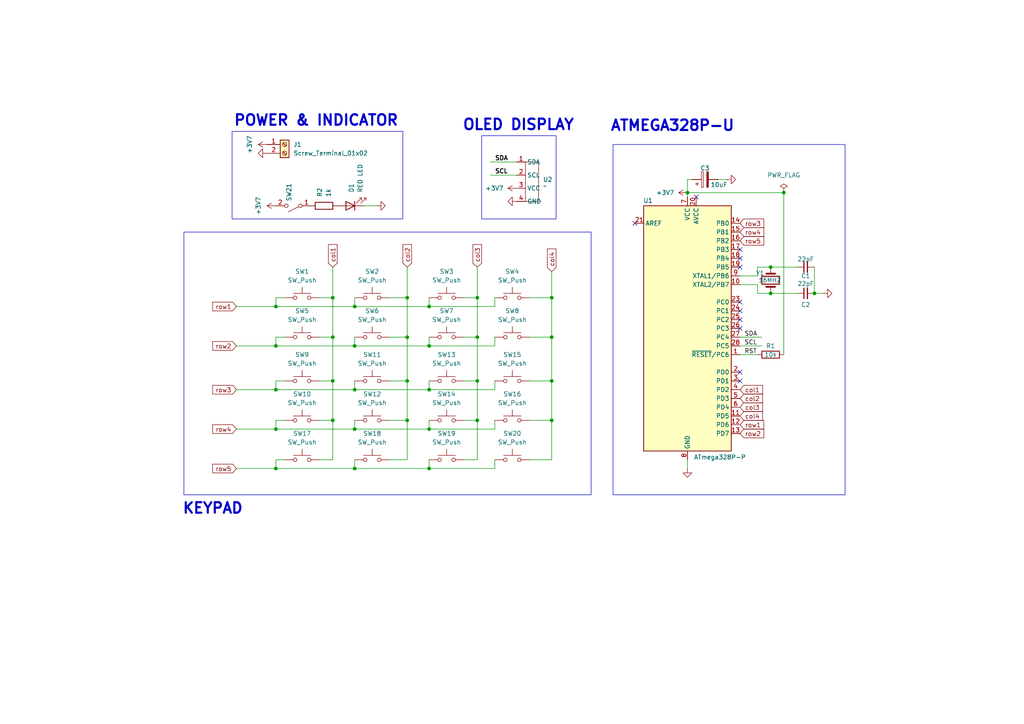
<source format=kicad_sch>
(kicad_sch
	(version 20231120)
	(generator "eeschema")
	(generator_version "8.0")
	(uuid "fe5cd6e2-6234-4bdf-b5b1-4f0959f74421")
	(paper "A4")
	(title_block
		(title "ATMEGA328P-U based budgeting calcultor")
		(date "2024-02-28")
		(rev "1")
		(company "PUP-MANILA")
	)
	(lib_symbols
		(symbol "Connector:Screw_Terminal_01x02"
			(pin_names
				(offset 1.016) hide)
			(exclude_from_sim no)
			(in_bom yes)
			(on_board yes)
			(property "Reference" "J"
				(at 0 2.54 0)
				(effects
					(font
						(size 1.27 1.27)
					)
				)
			)
			(property "Value" "Screw_Terminal_01x02"
				(at 0 -5.08 0)
				(effects
					(font
						(size 1.27 1.27)
					)
				)
			)
			(property "Footprint" ""
				(at 0 0 0)
				(effects
					(font
						(size 1.27 1.27)
					)
					(hide yes)
				)
			)
			(property "Datasheet" "~"
				(at 0 0 0)
				(effects
					(font
						(size 1.27 1.27)
					)
					(hide yes)
				)
			)
			(property "Description" "Generic screw terminal, single row, 01x02, script generated (kicad-library-utils/schlib/autogen/connector/)"
				(at 0 0 0)
				(effects
					(font
						(size 1.27 1.27)
					)
					(hide yes)
				)
			)
			(property "ki_keywords" "screw terminal"
				(at 0 0 0)
				(effects
					(font
						(size 1.27 1.27)
					)
					(hide yes)
				)
			)
			(property "ki_fp_filters" "TerminalBlock*:*"
				(at 0 0 0)
				(effects
					(font
						(size 1.27 1.27)
					)
					(hide yes)
				)
			)
			(symbol "Screw_Terminal_01x02_1_1"
				(rectangle
					(start -1.27 1.27)
					(end 1.27 -3.81)
					(stroke
						(width 0.254)
						(type default)
					)
					(fill
						(type background)
					)
				)
				(circle
					(center 0 -2.54)
					(radius 0.635)
					(stroke
						(width 0.1524)
						(type default)
					)
					(fill
						(type none)
					)
				)
				(polyline
					(pts
						(xy -0.5334 -2.2098) (xy 0.3302 -3.048)
					)
					(stroke
						(width 0.1524)
						(type default)
					)
					(fill
						(type none)
					)
				)
				(polyline
					(pts
						(xy -0.5334 0.3302) (xy 0.3302 -0.508)
					)
					(stroke
						(width 0.1524)
						(type default)
					)
					(fill
						(type none)
					)
				)
				(polyline
					(pts
						(xy -0.3556 -2.032) (xy 0.508 -2.8702)
					)
					(stroke
						(width 0.1524)
						(type default)
					)
					(fill
						(type none)
					)
				)
				(polyline
					(pts
						(xy -0.3556 0.508) (xy 0.508 -0.3302)
					)
					(stroke
						(width 0.1524)
						(type default)
					)
					(fill
						(type none)
					)
				)
				(circle
					(center 0 0)
					(radius 0.635)
					(stroke
						(width 0.1524)
						(type default)
					)
					(fill
						(type none)
					)
				)
				(pin passive line
					(at -5.08 0 0)
					(length 3.81)
					(name "Pin_1"
						(effects
							(font
								(size 1.27 1.27)
							)
						)
					)
					(number "1"
						(effects
							(font
								(size 1.27 1.27)
							)
						)
					)
				)
				(pin passive line
					(at -5.08 -2.54 0)
					(length 3.81)
					(name "Pin_2"
						(effects
							(font
								(size 1.27 1.27)
							)
						)
					)
					(number "2"
						(effects
							(font
								(size 1.27 1.27)
							)
						)
					)
				)
			)
		)
		(symbol "Device:C_Polarized"
			(pin_numbers hide)
			(pin_names
				(offset 0.254)
			)
			(exclude_from_sim no)
			(in_bom yes)
			(on_board yes)
			(property "Reference" "C"
				(at 0.635 2.54 0)
				(effects
					(font
						(size 1.27 1.27)
					)
					(justify left)
				)
			)
			(property "Value" "C_Polarized"
				(at 0.635 -2.54 0)
				(effects
					(font
						(size 1.27 1.27)
					)
					(justify left)
				)
			)
			(property "Footprint" ""
				(at 0.9652 -3.81 0)
				(effects
					(font
						(size 1.27 1.27)
					)
					(hide yes)
				)
			)
			(property "Datasheet" "~"
				(at 0 0 0)
				(effects
					(font
						(size 1.27 1.27)
					)
					(hide yes)
				)
			)
			(property "Description" "Polarized capacitor"
				(at 0 0 0)
				(effects
					(font
						(size 1.27 1.27)
					)
					(hide yes)
				)
			)
			(property "ki_keywords" "cap capacitor"
				(at 0 0 0)
				(effects
					(font
						(size 1.27 1.27)
					)
					(hide yes)
				)
			)
			(property "ki_fp_filters" "CP_*"
				(at 0 0 0)
				(effects
					(font
						(size 1.27 1.27)
					)
					(hide yes)
				)
			)
			(symbol "C_Polarized_0_1"
				(rectangle
					(start -2.286 0.508)
					(end 2.286 1.016)
					(stroke
						(width 0)
						(type default)
					)
					(fill
						(type none)
					)
				)
				(polyline
					(pts
						(xy -1.778 2.286) (xy -0.762 2.286)
					)
					(stroke
						(width 0)
						(type default)
					)
					(fill
						(type none)
					)
				)
				(polyline
					(pts
						(xy -1.27 2.794) (xy -1.27 1.778)
					)
					(stroke
						(width 0)
						(type default)
					)
					(fill
						(type none)
					)
				)
				(rectangle
					(start 2.286 -0.508)
					(end -2.286 -1.016)
					(stroke
						(width 0)
						(type default)
					)
					(fill
						(type outline)
					)
				)
			)
			(symbol "C_Polarized_1_1"
				(pin passive line
					(at 0 3.81 270)
					(length 2.794)
					(name "~"
						(effects
							(font
								(size 1.27 1.27)
							)
						)
					)
					(number "1"
						(effects
							(font
								(size 1.27 1.27)
							)
						)
					)
				)
				(pin passive line
					(at 0 -3.81 90)
					(length 2.794)
					(name "~"
						(effects
							(font
								(size 1.27 1.27)
							)
						)
					)
					(number "2"
						(effects
							(font
								(size 1.27 1.27)
							)
						)
					)
				)
			)
		)
		(symbol "Device:C_Small"
			(pin_numbers hide)
			(pin_names
				(offset 0.254) hide)
			(exclude_from_sim no)
			(in_bom yes)
			(on_board yes)
			(property "Reference" "C"
				(at 0.254 1.778 0)
				(effects
					(font
						(size 1.27 1.27)
					)
					(justify left)
				)
			)
			(property "Value" "C_Small"
				(at 0.254 -2.032 0)
				(effects
					(font
						(size 1.27 1.27)
					)
					(justify left)
				)
			)
			(property "Footprint" ""
				(at 0 0 0)
				(effects
					(font
						(size 1.27 1.27)
					)
					(hide yes)
				)
			)
			(property "Datasheet" "~"
				(at 0 0 0)
				(effects
					(font
						(size 1.27 1.27)
					)
					(hide yes)
				)
			)
			(property "Description" "Unpolarized capacitor, small symbol"
				(at 0 0 0)
				(effects
					(font
						(size 1.27 1.27)
					)
					(hide yes)
				)
			)
			(property "ki_keywords" "capacitor cap"
				(at 0 0 0)
				(effects
					(font
						(size 1.27 1.27)
					)
					(hide yes)
				)
			)
			(property "ki_fp_filters" "C_*"
				(at 0 0 0)
				(effects
					(font
						(size 1.27 1.27)
					)
					(hide yes)
				)
			)
			(symbol "C_Small_0_1"
				(polyline
					(pts
						(xy -1.524 -0.508) (xy 1.524 -0.508)
					)
					(stroke
						(width 0.3302)
						(type default)
					)
					(fill
						(type none)
					)
				)
				(polyline
					(pts
						(xy -1.524 0.508) (xy 1.524 0.508)
					)
					(stroke
						(width 0.3048)
						(type default)
					)
					(fill
						(type none)
					)
				)
			)
			(symbol "C_Small_1_1"
				(pin passive line
					(at 0 2.54 270)
					(length 2.032)
					(name "~"
						(effects
							(font
								(size 1.27 1.27)
							)
						)
					)
					(number "1"
						(effects
							(font
								(size 1.27 1.27)
							)
						)
					)
				)
				(pin passive line
					(at 0 -2.54 90)
					(length 2.032)
					(name "~"
						(effects
							(font
								(size 1.27 1.27)
							)
						)
					)
					(number "2"
						(effects
							(font
								(size 1.27 1.27)
							)
						)
					)
				)
			)
		)
		(symbol "Device:Crystal"
			(pin_numbers hide)
			(pin_names
				(offset 1.016) hide)
			(exclude_from_sim no)
			(in_bom yes)
			(on_board yes)
			(property "Reference" "Y"
				(at 0 3.81 0)
				(effects
					(font
						(size 1.27 1.27)
					)
				)
			)
			(property "Value" "Crystal"
				(at 0 -3.81 0)
				(effects
					(font
						(size 1.27 1.27)
					)
				)
			)
			(property "Footprint" ""
				(at 0 0 0)
				(effects
					(font
						(size 1.27 1.27)
					)
					(hide yes)
				)
			)
			(property "Datasheet" "~"
				(at 0 0 0)
				(effects
					(font
						(size 1.27 1.27)
					)
					(hide yes)
				)
			)
			(property "Description" "Two pin crystal"
				(at 0 0 0)
				(effects
					(font
						(size 1.27 1.27)
					)
					(hide yes)
				)
			)
			(property "ki_keywords" "quartz ceramic resonator oscillator"
				(at 0 0 0)
				(effects
					(font
						(size 1.27 1.27)
					)
					(hide yes)
				)
			)
			(property "ki_fp_filters" "Crystal*"
				(at 0 0 0)
				(effects
					(font
						(size 1.27 1.27)
					)
					(hide yes)
				)
			)
			(symbol "Crystal_0_1"
				(rectangle
					(start -1.143 2.54)
					(end 1.143 -2.54)
					(stroke
						(width 0.3048)
						(type default)
					)
					(fill
						(type none)
					)
				)
				(polyline
					(pts
						(xy -2.54 0) (xy -1.905 0)
					)
					(stroke
						(width 0)
						(type default)
					)
					(fill
						(type none)
					)
				)
				(polyline
					(pts
						(xy -1.905 -1.27) (xy -1.905 1.27)
					)
					(stroke
						(width 0.508)
						(type default)
					)
					(fill
						(type none)
					)
				)
				(polyline
					(pts
						(xy 1.905 -1.27) (xy 1.905 1.27)
					)
					(stroke
						(width 0.508)
						(type default)
					)
					(fill
						(type none)
					)
				)
				(polyline
					(pts
						(xy 2.54 0) (xy 1.905 0)
					)
					(stroke
						(width 0)
						(type default)
					)
					(fill
						(type none)
					)
				)
			)
			(symbol "Crystal_1_1"
				(pin passive line
					(at -3.81 0 0)
					(length 1.27)
					(name "1"
						(effects
							(font
								(size 1.27 1.27)
							)
						)
					)
					(number "1"
						(effects
							(font
								(size 1.27 1.27)
							)
						)
					)
				)
				(pin passive line
					(at 3.81 0 180)
					(length 1.27)
					(name "2"
						(effects
							(font
								(size 1.27 1.27)
							)
						)
					)
					(number "2"
						(effects
							(font
								(size 1.27 1.27)
							)
						)
					)
				)
			)
		)
		(symbol "Device:LED"
			(pin_numbers hide)
			(pin_names
				(offset 1.016) hide)
			(exclude_from_sim no)
			(in_bom yes)
			(on_board yes)
			(property "Reference" "D"
				(at 0 2.54 0)
				(effects
					(font
						(size 1.27 1.27)
					)
				)
			)
			(property "Value" "LED"
				(at 0 -2.54 0)
				(effects
					(font
						(size 1.27 1.27)
					)
				)
			)
			(property "Footprint" ""
				(at 0 0 0)
				(effects
					(font
						(size 1.27 1.27)
					)
					(hide yes)
				)
			)
			(property "Datasheet" "~"
				(at 0 0 0)
				(effects
					(font
						(size 1.27 1.27)
					)
					(hide yes)
				)
			)
			(property "Description" "Light emitting diode"
				(at 0 0 0)
				(effects
					(font
						(size 1.27 1.27)
					)
					(hide yes)
				)
			)
			(property "ki_keywords" "LED diode"
				(at 0 0 0)
				(effects
					(font
						(size 1.27 1.27)
					)
					(hide yes)
				)
			)
			(property "ki_fp_filters" "LED* LED_SMD:* LED_THT:*"
				(at 0 0 0)
				(effects
					(font
						(size 1.27 1.27)
					)
					(hide yes)
				)
			)
			(symbol "LED_0_1"
				(polyline
					(pts
						(xy -1.27 -1.27) (xy -1.27 1.27)
					)
					(stroke
						(width 0.254)
						(type default)
					)
					(fill
						(type none)
					)
				)
				(polyline
					(pts
						(xy -1.27 0) (xy 1.27 0)
					)
					(stroke
						(width 0)
						(type default)
					)
					(fill
						(type none)
					)
				)
				(polyline
					(pts
						(xy 1.27 -1.27) (xy 1.27 1.27) (xy -1.27 0) (xy 1.27 -1.27)
					)
					(stroke
						(width 0.254)
						(type default)
					)
					(fill
						(type none)
					)
				)
				(polyline
					(pts
						(xy -3.048 -0.762) (xy -4.572 -2.286) (xy -3.81 -2.286) (xy -4.572 -2.286) (xy -4.572 -1.524)
					)
					(stroke
						(width 0)
						(type default)
					)
					(fill
						(type none)
					)
				)
				(polyline
					(pts
						(xy -1.778 -0.762) (xy -3.302 -2.286) (xy -2.54 -2.286) (xy -3.302 -2.286) (xy -3.302 -1.524)
					)
					(stroke
						(width 0)
						(type default)
					)
					(fill
						(type none)
					)
				)
			)
			(symbol "LED_1_1"
				(pin passive line
					(at -3.81 0 0)
					(length 2.54)
					(name "K"
						(effects
							(font
								(size 1.27 1.27)
							)
						)
					)
					(number "1"
						(effects
							(font
								(size 1.27 1.27)
							)
						)
					)
				)
				(pin passive line
					(at 3.81 0 180)
					(length 2.54)
					(name "A"
						(effects
							(font
								(size 1.27 1.27)
							)
						)
					)
					(number "2"
						(effects
							(font
								(size 1.27 1.27)
							)
						)
					)
				)
			)
		)
		(symbol "Device:R"
			(pin_numbers hide)
			(pin_names
				(offset 0)
			)
			(exclude_from_sim no)
			(in_bom yes)
			(on_board yes)
			(property "Reference" "R"
				(at 2.032 0 90)
				(effects
					(font
						(size 1.27 1.27)
					)
				)
			)
			(property "Value" "R"
				(at 0 0 90)
				(effects
					(font
						(size 1.27 1.27)
					)
				)
			)
			(property "Footprint" ""
				(at -1.778 0 90)
				(effects
					(font
						(size 1.27 1.27)
					)
					(hide yes)
				)
			)
			(property "Datasheet" "~"
				(at 0 0 0)
				(effects
					(font
						(size 1.27 1.27)
					)
					(hide yes)
				)
			)
			(property "Description" "Resistor"
				(at 0 0 0)
				(effects
					(font
						(size 1.27 1.27)
					)
					(hide yes)
				)
			)
			(property "ki_keywords" "R res resistor"
				(at 0 0 0)
				(effects
					(font
						(size 1.27 1.27)
					)
					(hide yes)
				)
			)
			(property "ki_fp_filters" "R_*"
				(at 0 0 0)
				(effects
					(font
						(size 1.27 1.27)
					)
					(hide yes)
				)
			)
			(symbol "R_0_1"
				(rectangle
					(start -1.016 -2.54)
					(end 1.016 2.54)
					(stroke
						(width 0.254)
						(type default)
					)
					(fill
						(type none)
					)
				)
			)
			(symbol "R_1_1"
				(pin passive line
					(at 0 3.81 270)
					(length 1.27)
					(name "~"
						(effects
							(font
								(size 1.27 1.27)
							)
						)
					)
					(number "1"
						(effects
							(font
								(size 1.27 1.27)
							)
						)
					)
				)
				(pin passive line
					(at 0 -3.81 90)
					(length 1.27)
					(name "~"
						(effects
							(font
								(size 1.27 1.27)
							)
						)
					)
					(number "2"
						(effects
							(font
								(size 1.27 1.27)
							)
						)
					)
				)
			)
		)
		(symbol "Display_Graphic:OLED_128X32_0.91in_4pins"
			(exclude_from_sim no)
			(in_bom yes)
			(on_board yes)
			(property "Reference" "U"
				(at -0.508 8.382 0)
				(effects
					(font
						(size 1.27 1.27)
					)
				)
			)
			(property "Value" ""
				(at 0 0 0)
				(effects
					(font
						(size 1.27 1.27)
					)
				)
			)
			(property "Footprint" ""
				(at 0 0 0)
				(effects
					(font
						(size 1.27 1.27)
					)
					(hide yes)
				)
			)
			(property "Datasheet" ""
				(at 0 0 0)
				(effects
					(font
						(size 1.27 1.27)
					)
					(hide yes)
				)
			)
			(property "Description" ""
				(at 0 0 0)
				(effects
					(font
						(size 1.27 1.27)
					)
					(hide yes)
				)
			)
			(symbol "OLED_128X32_0.91in_4pins_0_1"
				(rectangle
					(start -2.54 6.35)
					(end 1.27 -5.08)
					(stroke
						(width 0)
						(type default)
					)
					(fill
						(type none)
					)
				)
			)
			(symbol "OLED_128X32_0.91in_4pins_1_1"
				(pin bidirectional line
					(at -5.08 6.35 0)
					(length 2.54)
					(name "SDA"
						(effects
							(font
								(size 1.27 1.27)
							)
						)
					)
					(number "1"
						(effects
							(font
								(size 1.27 1.27)
							)
						)
					)
				)
				(pin bidirectional line
					(at -5.08 2.54 0)
					(length 2.54)
					(name "SCL"
						(effects
							(font
								(size 1.27 1.27)
							)
						)
					)
					(number "2"
						(effects
							(font
								(size 1.27 1.27)
							)
						)
					)
				)
				(pin power_in line
					(at -5.08 -1.27 0)
					(length 2.54)
					(name "VCC"
						(effects
							(font
								(size 1.27 1.27)
							)
						)
					)
					(number "3"
						(effects
							(font
								(size 1.27 1.27)
							)
						)
					)
				)
				(pin power_out line
					(at -5.08 -5.08 0)
					(length 2.54)
					(name "GND"
						(effects
							(font
								(size 1.27 1.27)
							)
						)
					)
					(number "4"
						(effects
							(font
								(size 1.27 1.27)
							)
						)
					)
				)
			)
		)
		(symbol "MCU_Microchip_ATmega:ATmega328P-P"
			(exclude_from_sim no)
			(in_bom yes)
			(on_board yes)
			(property "Reference" "U"
				(at -12.7 36.83 0)
				(effects
					(font
						(size 1.27 1.27)
					)
					(justify left bottom)
				)
			)
			(property "Value" "ATmega328P-P"
				(at 2.54 -36.83 0)
				(effects
					(font
						(size 1.27 1.27)
					)
					(justify left top)
				)
			)
			(property "Footprint" "Package_DIP:DIP-28_W7.62mm"
				(at 0 0 0)
				(effects
					(font
						(size 1.27 1.27)
						(italic yes)
					)
					(hide yes)
				)
			)
			(property "Datasheet" "http://ww1.microchip.com/downloads/en/DeviceDoc/ATmega328_P%20AVR%20MCU%20with%20picoPower%20Technology%20Data%20Sheet%2040001984A.pdf"
				(at 0 0 0)
				(effects
					(font
						(size 1.27 1.27)
					)
					(hide yes)
				)
			)
			(property "Description" "20MHz, 32kB Flash, 2kB SRAM, 1kB EEPROM, DIP-28"
				(at 0 0 0)
				(effects
					(font
						(size 1.27 1.27)
					)
					(hide yes)
				)
			)
			(property "ki_keywords" "AVR 8bit Microcontroller MegaAVR PicoPower"
				(at 0 0 0)
				(effects
					(font
						(size 1.27 1.27)
					)
					(hide yes)
				)
			)
			(property "ki_fp_filters" "DIP*W7.62mm*"
				(at 0 0 0)
				(effects
					(font
						(size 1.27 1.27)
					)
					(hide yes)
				)
			)
			(symbol "ATmega328P-P_0_1"
				(rectangle
					(start -12.7 -35.56)
					(end 12.7 35.56)
					(stroke
						(width 0.254)
						(type default)
					)
					(fill
						(type background)
					)
				)
			)
			(symbol "ATmega328P-P_1_1"
				(pin bidirectional line
					(at 15.24 -7.62 180)
					(length 2.54)
					(name "~{RESET}/PC6"
						(effects
							(font
								(size 1.27 1.27)
							)
						)
					)
					(number "1"
						(effects
							(font
								(size 1.27 1.27)
							)
						)
					)
				)
				(pin bidirectional line
					(at 15.24 12.7 180)
					(length 2.54)
					(name "XTAL2/PB7"
						(effects
							(font
								(size 1.27 1.27)
							)
						)
					)
					(number "10"
						(effects
							(font
								(size 1.27 1.27)
							)
						)
					)
				)
				(pin bidirectional line
					(at 15.24 -25.4 180)
					(length 2.54)
					(name "PD5"
						(effects
							(font
								(size 1.27 1.27)
							)
						)
					)
					(number "11"
						(effects
							(font
								(size 1.27 1.27)
							)
						)
					)
				)
				(pin bidirectional line
					(at 15.24 -27.94 180)
					(length 2.54)
					(name "PD6"
						(effects
							(font
								(size 1.27 1.27)
							)
						)
					)
					(number "12"
						(effects
							(font
								(size 1.27 1.27)
							)
						)
					)
				)
				(pin bidirectional line
					(at 15.24 -30.48 180)
					(length 2.54)
					(name "PD7"
						(effects
							(font
								(size 1.27 1.27)
							)
						)
					)
					(number "13"
						(effects
							(font
								(size 1.27 1.27)
							)
						)
					)
				)
				(pin bidirectional line
					(at 15.24 30.48 180)
					(length 2.54)
					(name "PB0"
						(effects
							(font
								(size 1.27 1.27)
							)
						)
					)
					(number "14"
						(effects
							(font
								(size 1.27 1.27)
							)
						)
					)
				)
				(pin bidirectional line
					(at 15.24 27.94 180)
					(length 2.54)
					(name "PB1"
						(effects
							(font
								(size 1.27 1.27)
							)
						)
					)
					(number "15"
						(effects
							(font
								(size 1.27 1.27)
							)
						)
					)
				)
				(pin bidirectional line
					(at 15.24 25.4 180)
					(length 2.54)
					(name "PB2"
						(effects
							(font
								(size 1.27 1.27)
							)
						)
					)
					(number "16"
						(effects
							(font
								(size 1.27 1.27)
							)
						)
					)
				)
				(pin bidirectional line
					(at 15.24 22.86 180)
					(length 2.54)
					(name "PB3"
						(effects
							(font
								(size 1.27 1.27)
							)
						)
					)
					(number "17"
						(effects
							(font
								(size 1.27 1.27)
							)
						)
					)
				)
				(pin bidirectional line
					(at 15.24 20.32 180)
					(length 2.54)
					(name "PB4"
						(effects
							(font
								(size 1.27 1.27)
							)
						)
					)
					(number "18"
						(effects
							(font
								(size 1.27 1.27)
							)
						)
					)
				)
				(pin bidirectional line
					(at 15.24 17.78 180)
					(length 2.54)
					(name "PB5"
						(effects
							(font
								(size 1.27 1.27)
							)
						)
					)
					(number "19"
						(effects
							(font
								(size 1.27 1.27)
							)
						)
					)
				)
				(pin bidirectional line
					(at 15.24 -12.7 180)
					(length 2.54)
					(name "PD0"
						(effects
							(font
								(size 1.27 1.27)
							)
						)
					)
					(number "2"
						(effects
							(font
								(size 1.27 1.27)
							)
						)
					)
				)
				(pin power_in line
					(at 2.54 38.1 270)
					(length 2.54)
					(name "AVCC"
						(effects
							(font
								(size 1.27 1.27)
							)
						)
					)
					(number "20"
						(effects
							(font
								(size 1.27 1.27)
							)
						)
					)
				)
				(pin passive line
					(at -15.24 30.48 0)
					(length 2.54)
					(name "AREF"
						(effects
							(font
								(size 1.27 1.27)
							)
						)
					)
					(number "21"
						(effects
							(font
								(size 1.27 1.27)
							)
						)
					)
				)
				(pin passive line
					(at 0 -38.1 90)
					(length 2.54) hide
					(name "GND"
						(effects
							(font
								(size 1.27 1.27)
							)
						)
					)
					(number "22"
						(effects
							(font
								(size 1.27 1.27)
							)
						)
					)
				)
				(pin bidirectional line
					(at 15.24 7.62 180)
					(length 2.54)
					(name "PC0"
						(effects
							(font
								(size 1.27 1.27)
							)
						)
					)
					(number "23"
						(effects
							(font
								(size 1.27 1.27)
							)
						)
					)
				)
				(pin bidirectional line
					(at 15.24 5.08 180)
					(length 2.54)
					(name "PC1"
						(effects
							(font
								(size 1.27 1.27)
							)
						)
					)
					(number "24"
						(effects
							(font
								(size 1.27 1.27)
							)
						)
					)
				)
				(pin bidirectional line
					(at 15.24 2.54 180)
					(length 2.54)
					(name "PC2"
						(effects
							(font
								(size 1.27 1.27)
							)
						)
					)
					(number "25"
						(effects
							(font
								(size 1.27 1.27)
							)
						)
					)
				)
				(pin bidirectional line
					(at 15.24 0 180)
					(length 2.54)
					(name "PC3"
						(effects
							(font
								(size 1.27 1.27)
							)
						)
					)
					(number "26"
						(effects
							(font
								(size 1.27 1.27)
							)
						)
					)
				)
				(pin bidirectional line
					(at 15.24 -2.54 180)
					(length 2.54)
					(name "PC4"
						(effects
							(font
								(size 1.27 1.27)
							)
						)
					)
					(number "27"
						(effects
							(font
								(size 1.27 1.27)
							)
						)
					)
				)
				(pin bidirectional line
					(at 15.24 -5.08 180)
					(length 2.54)
					(name "PC5"
						(effects
							(font
								(size 1.27 1.27)
							)
						)
					)
					(number "28"
						(effects
							(font
								(size 1.27 1.27)
							)
						)
					)
				)
				(pin bidirectional line
					(at 15.24 -15.24 180)
					(length 2.54)
					(name "PD1"
						(effects
							(font
								(size 1.27 1.27)
							)
						)
					)
					(number "3"
						(effects
							(font
								(size 1.27 1.27)
							)
						)
					)
				)
				(pin bidirectional line
					(at 15.24 -17.78 180)
					(length 2.54)
					(name "PD2"
						(effects
							(font
								(size 1.27 1.27)
							)
						)
					)
					(number "4"
						(effects
							(font
								(size 1.27 1.27)
							)
						)
					)
				)
				(pin bidirectional line
					(at 15.24 -20.32 180)
					(length 2.54)
					(name "PD3"
						(effects
							(font
								(size 1.27 1.27)
							)
						)
					)
					(number "5"
						(effects
							(font
								(size 1.27 1.27)
							)
						)
					)
				)
				(pin bidirectional line
					(at 15.24 -22.86 180)
					(length 2.54)
					(name "PD4"
						(effects
							(font
								(size 1.27 1.27)
							)
						)
					)
					(number "6"
						(effects
							(font
								(size 1.27 1.27)
							)
						)
					)
				)
				(pin power_in line
					(at 0 38.1 270)
					(length 2.54)
					(name "VCC"
						(effects
							(font
								(size 1.27 1.27)
							)
						)
					)
					(number "7"
						(effects
							(font
								(size 1.27 1.27)
							)
						)
					)
				)
				(pin power_in line
					(at 0 -38.1 90)
					(length 2.54)
					(name "GND"
						(effects
							(font
								(size 1.27 1.27)
							)
						)
					)
					(number "8"
						(effects
							(font
								(size 1.27 1.27)
							)
						)
					)
				)
				(pin bidirectional line
					(at 15.24 15.24 180)
					(length 2.54)
					(name "XTAL1/PB6"
						(effects
							(font
								(size 1.27 1.27)
							)
						)
					)
					(number "9"
						(effects
							(font
								(size 1.27 1.27)
							)
						)
					)
				)
			)
		)
		(symbol "Switch:SW_Push"
			(pin_numbers hide)
			(pin_names
				(offset 1.016) hide)
			(exclude_from_sim no)
			(in_bom yes)
			(on_board yes)
			(property "Reference" "SW"
				(at 1.27 2.54 0)
				(effects
					(font
						(size 1.27 1.27)
					)
					(justify left)
				)
			)
			(property "Value" "SW_Push"
				(at 0 -1.524 0)
				(effects
					(font
						(size 1.27 1.27)
					)
				)
			)
			(property "Footprint" ""
				(at 0 5.08 0)
				(effects
					(font
						(size 1.27 1.27)
					)
					(hide yes)
				)
			)
			(property "Datasheet" "~"
				(at 0 5.08 0)
				(effects
					(font
						(size 1.27 1.27)
					)
					(hide yes)
				)
			)
			(property "Description" "Push button switch, generic, two pins"
				(at 0 0 0)
				(effects
					(font
						(size 1.27 1.27)
					)
					(hide yes)
				)
			)
			(property "ki_keywords" "switch normally-open pushbutton push-button"
				(at 0 0 0)
				(effects
					(font
						(size 1.27 1.27)
					)
					(hide yes)
				)
			)
			(symbol "SW_Push_0_1"
				(circle
					(center -2.032 0)
					(radius 0.508)
					(stroke
						(width 0)
						(type default)
					)
					(fill
						(type none)
					)
				)
				(polyline
					(pts
						(xy 0 1.27) (xy 0 3.048)
					)
					(stroke
						(width 0)
						(type default)
					)
					(fill
						(type none)
					)
				)
				(polyline
					(pts
						(xy 2.54 1.27) (xy -2.54 1.27)
					)
					(stroke
						(width 0)
						(type default)
					)
					(fill
						(type none)
					)
				)
				(circle
					(center 2.032 0)
					(radius 0.508)
					(stroke
						(width 0)
						(type default)
					)
					(fill
						(type none)
					)
				)
				(pin passive line
					(at -5.08 0 0)
					(length 2.54)
					(name "1"
						(effects
							(font
								(size 1.27 1.27)
							)
						)
					)
					(number "1"
						(effects
							(font
								(size 1.27 1.27)
							)
						)
					)
				)
				(pin passive line
					(at 5.08 0 180)
					(length 2.54)
					(name "2"
						(effects
							(font
								(size 1.27 1.27)
							)
						)
					)
					(number "2"
						(effects
							(font
								(size 1.27 1.27)
							)
						)
					)
				)
			)
		)
		(symbol "Switch:SW_SPST"
			(pin_names
				(offset 0) hide)
			(exclude_from_sim no)
			(in_bom yes)
			(on_board yes)
			(property "Reference" "SW"
				(at 0 3.175 0)
				(effects
					(font
						(size 1.27 1.27)
					)
				)
			)
			(property "Value" "SW_SPST"
				(at 0 -2.54 0)
				(effects
					(font
						(size 1.27 1.27)
					)
				)
			)
			(property "Footprint" ""
				(at 0 0 0)
				(effects
					(font
						(size 1.27 1.27)
					)
					(hide yes)
				)
			)
			(property "Datasheet" "~"
				(at 0 0 0)
				(effects
					(font
						(size 1.27 1.27)
					)
					(hide yes)
				)
			)
			(property "Description" "Single Pole Single Throw (SPST) switch"
				(at 0 0 0)
				(effects
					(font
						(size 1.27 1.27)
					)
					(hide yes)
				)
			)
			(property "ki_keywords" "switch lever"
				(at 0 0 0)
				(effects
					(font
						(size 1.27 1.27)
					)
					(hide yes)
				)
			)
			(symbol "SW_SPST_0_0"
				(circle
					(center -2.032 0)
					(radius 0.508)
					(stroke
						(width 0)
						(type default)
					)
					(fill
						(type none)
					)
				)
				(polyline
					(pts
						(xy -1.524 0.254) (xy 1.524 1.778)
					)
					(stroke
						(width 0)
						(type default)
					)
					(fill
						(type none)
					)
				)
				(circle
					(center 2.032 0)
					(radius 0.508)
					(stroke
						(width 0)
						(type default)
					)
					(fill
						(type none)
					)
				)
			)
			(symbol "SW_SPST_1_1"
				(pin passive line
					(at -5.08 0 0)
					(length 2.54)
					(name "A"
						(effects
							(font
								(size 1.27 1.27)
							)
						)
					)
					(number "1"
						(effects
							(font
								(size 1.27 1.27)
							)
						)
					)
				)
				(pin passive line
					(at 5.08 0 180)
					(length 2.54)
					(name "B"
						(effects
							(font
								(size 1.27 1.27)
							)
						)
					)
					(number "2"
						(effects
							(font
								(size 1.27 1.27)
							)
						)
					)
				)
			)
		)
		(symbol "power:+3V8"
			(power)
			(pin_numbers hide)
			(pin_names
				(offset 0) hide)
			(exclude_from_sim no)
			(in_bom yes)
			(on_board yes)
			(property "Reference" "#PWR"
				(at 0 -3.81 0)
				(effects
					(font
						(size 1.27 1.27)
					)
					(hide yes)
				)
			)
			(property "Value" "+3V8"
				(at 0 3.556 0)
				(effects
					(font
						(size 1.27 1.27)
					)
				)
			)
			(property "Footprint" ""
				(at 0 0 0)
				(effects
					(font
						(size 1.27 1.27)
					)
					(hide yes)
				)
			)
			(property "Datasheet" ""
				(at 0 0 0)
				(effects
					(font
						(size 1.27 1.27)
					)
					(hide yes)
				)
			)
			(property "Description" "Power symbol creates a global label with name \"+3V8\""
				(at 0 0 0)
				(effects
					(font
						(size 1.27 1.27)
					)
					(hide yes)
				)
			)
			(property "ki_keywords" "global power"
				(at 0 0 0)
				(effects
					(font
						(size 1.27 1.27)
					)
					(hide yes)
				)
			)
			(symbol "+3V8_0_1"
				(polyline
					(pts
						(xy -0.762 1.27) (xy 0 2.54)
					)
					(stroke
						(width 0)
						(type default)
					)
					(fill
						(type none)
					)
				)
				(polyline
					(pts
						(xy 0 0) (xy 0 2.54)
					)
					(stroke
						(width 0)
						(type default)
					)
					(fill
						(type none)
					)
				)
				(polyline
					(pts
						(xy 0 2.54) (xy 0.762 1.27)
					)
					(stroke
						(width 0)
						(type default)
					)
					(fill
						(type none)
					)
				)
			)
			(symbol "+3V8_1_1"
				(pin power_in line
					(at 0 0 90)
					(length 0)
					(name "~"
						(effects
							(font
								(size 1.27 1.27)
							)
						)
					)
					(number "1"
						(effects
							(font
								(size 1.27 1.27)
							)
						)
					)
				)
			)
		)
		(symbol "power:GND"
			(power)
			(pin_numbers hide)
			(pin_names
				(offset 0) hide)
			(exclude_from_sim no)
			(in_bom yes)
			(on_board yes)
			(property "Reference" "#PWR"
				(at 0 -6.35 0)
				(effects
					(font
						(size 1.27 1.27)
					)
					(hide yes)
				)
			)
			(property "Value" "GND"
				(at 0 -3.81 0)
				(effects
					(font
						(size 1.27 1.27)
					)
				)
			)
			(property "Footprint" ""
				(at 0 0 0)
				(effects
					(font
						(size 1.27 1.27)
					)
					(hide yes)
				)
			)
			(property "Datasheet" ""
				(at 0 0 0)
				(effects
					(font
						(size 1.27 1.27)
					)
					(hide yes)
				)
			)
			(property "Description" "Power symbol creates a global label with name \"GND\" , ground"
				(at 0 0 0)
				(effects
					(font
						(size 1.27 1.27)
					)
					(hide yes)
				)
			)
			(property "ki_keywords" "global power"
				(at 0 0 0)
				(effects
					(font
						(size 1.27 1.27)
					)
					(hide yes)
				)
			)
			(symbol "GND_0_1"
				(polyline
					(pts
						(xy 0 0) (xy 0 -1.27) (xy 1.27 -1.27) (xy 0 -2.54) (xy -1.27 -1.27) (xy 0 -1.27)
					)
					(stroke
						(width 0)
						(type default)
					)
					(fill
						(type none)
					)
				)
			)
			(symbol "GND_1_1"
				(pin power_in line
					(at 0 0 270)
					(length 0)
					(name "~"
						(effects
							(font
								(size 1.27 1.27)
							)
						)
					)
					(number "1"
						(effects
							(font
								(size 1.27 1.27)
							)
						)
					)
				)
			)
		)
		(symbol "power:PWR_FLAG"
			(power)
			(pin_numbers hide)
			(pin_names
				(offset 0) hide)
			(exclude_from_sim no)
			(in_bom yes)
			(on_board yes)
			(property "Reference" "#FLG"
				(at 0 1.905 0)
				(effects
					(font
						(size 1.27 1.27)
					)
					(hide yes)
				)
			)
			(property "Value" "PWR_FLAG"
				(at 0 3.81 0)
				(effects
					(font
						(size 1.27 1.27)
					)
				)
			)
			(property "Footprint" ""
				(at 0 0 0)
				(effects
					(font
						(size 1.27 1.27)
					)
					(hide yes)
				)
			)
			(property "Datasheet" "~"
				(at 0 0 0)
				(effects
					(font
						(size 1.27 1.27)
					)
					(hide yes)
				)
			)
			(property "Description" "Special symbol for telling ERC where power comes from"
				(at 0 0 0)
				(effects
					(font
						(size 1.27 1.27)
					)
					(hide yes)
				)
			)
			(property "ki_keywords" "flag power"
				(at 0 0 0)
				(effects
					(font
						(size 1.27 1.27)
					)
					(hide yes)
				)
			)
			(symbol "PWR_FLAG_0_0"
				(pin power_out line
					(at 0 0 90)
					(length 0)
					(name "~"
						(effects
							(font
								(size 1.27 1.27)
							)
						)
					)
					(number "1"
						(effects
							(font
								(size 1.27 1.27)
							)
						)
					)
				)
			)
			(symbol "PWR_FLAG_0_1"
				(polyline
					(pts
						(xy 0 0) (xy 0 1.27) (xy -1.016 1.905) (xy 0 2.54) (xy 1.016 1.905) (xy 0 1.27)
					)
					(stroke
						(width 0)
						(type default)
					)
					(fill
						(type none)
					)
				)
			)
		)
	)
	(junction
		(at 227.33 55.88)
		(diameter 0)
		(color 0 0 0 0)
		(uuid "00a8525e-7b45-4856-bc9b-56c89cbec7ec")
	)
	(junction
		(at 96.52 121.92)
		(diameter 0)
		(color 0 0 0 0)
		(uuid "04d1d093-d7aa-4410-af76-8970b7528406")
	)
	(junction
		(at 80.01 100.33)
		(diameter 0)
		(color 0 0 0 0)
		(uuid "09a552c6-b606-4e54-be19-116ab55043fa")
	)
	(junction
		(at 96.52 86.36)
		(diameter 0)
		(color 0 0 0 0)
		(uuid "197e4a17-b479-44af-8797-8f2ae199e41f")
	)
	(junction
		(at 124.46 124.46)
		(diameter 0)
		(color 0 0 0 0)
		(uuid "347c3d57-b416-4e17-a514-86a3eb0e4de1")
	)
	(junction
		(at 102.87 124.46)
		(diameter 0)
		(color 0 0 0 0)
		(uuid "35846fde-0afe-4bd2-b99e-3b623c2d1923")
	)
	(junction
		(at 138.43 110.49)
		(diameter 0)
		(color 0 0 0 0)
		(uuid "44e577e1-1282-48fb-b494-3f1ef83f2bbc")
	)
	(junction
		(at 118.11 86.36)
		(diameter 0)
		(color 0 0 0 0)
		(uuid "5605b083-d24a-4598-b78c-92cb8d5b990d")
	)
	(junction
		(at 138.43 86.36)
		(diameter 0)
		(color 0 0 0 0)
		(uuid "61f337ec-8dfd-411a-a24b-1bee54b16221")
	)
	(junction
		(at 124.46 113.03)
		(diameter 0)
		(color 0 0 0 0)
		(uuid "63abdf3c-fc3b-4cac-bd25-c06fcf11f7c0")
	)
	(junction
		(at 102.87 135.89)
		(diameter 0)
		(color 0 0 0 0)
		(uuid "6704beec-8fee-4034-8b82-8cbffd593ab4")
	)
	(junction
		(at 96.52 97.79)
		(diameter 0)
		(color 0 0 0 0)
		(uuid "67c046b9-755a-4e17-9aa0-bccda4eeb962")
	)
	(junction
		(at 160.02 97.79)
		(diameter 0)
		(color 0 0 0 0)
		(uuid "6c1b942c-a1ab-444e-a887-4c141f9746ef")
	)
	(junction
		(at 124.46 100.33)
		(diameter 0)
		(color 0 0 0 0)
		(uuid "6e8be225-73c4-4bda-84dc-b4a39c8c0208")
	)
	(junction
		(at 102.87 100.33)
		(diameter 0)
		(color 0 0 0 0)
		(uuid "79d77b27-c3f8-4c77-8694-96c2faca8252")
	)
	(junction
		(at 118.11 97.79)
		(diameter 0)
		(color 0 0 0 0)
		(uuid "8b4be4b3-678f-4a60-8a38-4d847dc6c68d")
	)
	(junction
		(at 138.43 121.92)
		(diameter 0)
		(color 0 0 0 0)
		(uuid "8fa2d88d-4a6a-4224-9680-cddd0a0a276b")
	)
	(junction
		(at 223.52 77.47)
		(diameter 0)
		(color 0 0 0 0)
		(uuid "941359a6-0949-416c-840f-df941b7bff42")
	)
	(junction
		(at 160.02 86.36)
		(diameter 0)
		(color 0 0 0 0)
		(uuid "95272ccf-ae66-4ab4-8373-9c2a67da3938")
	)
	(junction
		(at 199.39 55.88)
		(diameter 0)
		(color 0 0 0 0)
		(uuid "a1bc03b1-776e-4879-96c0-17c179dca7db")
	)
	(junction
		(at 102.87 113.03)
		(diameter 0)
		(color 0 0 0 0)
		(uuid "a7b07a6f-0388-4a93-bab8-4c83d299091c")
	)
	(junction
		(at 80.01 113.03)
		(diameter 0)
		(color 0 0 0 0)
		(uuid "b2783c7a-5d1b-46da-a86e-8e21126b6ee3")
	)
	(junction
		(at 118.11 110.49)
		(diameter 0)
		(color 0 0 0 0)
		(uuid "b60d6046-81b5-4e3e-89ea-3e3d6778777a")
	)
	(junction
		(at 236.22 85.09)
		(diameter 0)
		(color 0 0 0 0)
		(uuid "d4b23908-5ec1-466f-82a0-3cd6ae21e15c")
	)
	(junction
		(at 118.11 121.92)
		(diameter 0)
		(color 0 0 0 0)
		(uuid "d64eef15-c041-4969-9e82-8b1120ac3594")
	)
	(junction
		(at 124.46 135.89)
		(diameter 0)
		(color 0 0 0 0)
		(uuid "d94c0566-f1e3-49aa-8017-61af432cbe72")
	)
	(junction
		(at 160.02 121.92)
		(diameter 0)
		(color 0 0 0 0)
		(uuid "d999d76d-14ae-4c98-8313-c042770ec5fc")
	)
	(junction
		(at 138.43 97.79)
		(diameter 0)
		(color 0 0 0 0)
		(uuid "e8e43c45-4e7d-4c7c-a037-3718111343b6")
	)
	(junction
		(at 80.01 88.9)
		(diameter 0)
		(color 0 0 0 0)
		(uuid "eb0eeab0-a14b-4a0b-b10b-69f8b85d4e50")
	)
	(junction
		(at 80.01 135.89)
		(diameter 0)
		(color 0 0 0 0)
		(uuid "ee561a02-7276-496f-98c7-722aa360f9a8")
	)
	(junction
		(at 160.02 110.49)
		(diameter 0)
		(color 0 0 0 0)
		(uuid "efaadd05-cc6b-4b2f-917d-60ce1cc3acf7")
	)
	(junction
		(at 124.46 88.9)
		(diameter 0)
		(color 0 0 0 0)
		(uuid "f0591539-4cc7-44b7-b2e7-680875c107a2")
	)
	(junction
		(at 80.01 124.46)
		(diameter 0)
		(color 0 0 0 0)
		(uuid "f40b0f94-d1ab-4d21-9850-e2a73dbabaad")
	)
	(junction
		(at 223.52 85.09)
		(diameter 0)
		(color 0 0 0 0)
		(uuid "f6e04899-f3ea-4277-af36-cc5ff9a7c515")
	)
	(junction
		(at 96.52 110.49)
		(diameter 0)
		(color 0 0 0 0)
		(uuid "fa8fd868-31cf-4d89-893e-b1c627d2e26e")
	)
	(junction
		(at 102.87 88.9)
		(diameter 0)
		(color 0 0 0 0)
		(uuid "fd7a41dc-a67f-4d33-be32-e7a5b83422c7")
	)
	(no_connect
		(at 201.93 57.15)
		(uuid "11214475-e53d-4209-8ecd-85b955550b0c")
	)
	(no_connect
		(at 214.63 74.93)
		(uuid "51e8151a-8b1d-40a7-8fb6-2278c6e4cc70")
	)
	(no_connect
		(at 214.63 77.47)
		(uuid "54654fd3-8f2c-4564-b97c-b6c0d06872e3")
	)
	(no_connect
		(at 214.63 72.39)
		(uuid "66df8815-21cc-477c-8c8d-b92703e5140c")
	)
	(no_connect
		(at 214.63 90.17)
		(uuid "70f5aa6a-bc9a-4cb7-b324-ef0b40991b04")
	)
	(no_connect
		(at 214.63 95.25)
		(uuid "9211a621-2395-4d0d-9823-e6271ad1c1fc")
	)
	(no_connect
		(at 214.63 110.49)
		(uuid "a06bd47e-fdd3-4ac5-86be-09ec090fc65c")
	)
	(no_connect
		(at 214.63 92.71)
		(uuid "c3d3a1ed-2ee5-4bc5-9a95-3c96fe1df61a")
	)
	(no_connect
		(at 214.63 107.95)
		(uuid "ca40cab3-598c-44b5-96f4-e0ac39963041")
	)
	(no_connect
		(at 184.15 64.77)
		(uuid "ddbb31c1-d1dd-48d7-90d4-9ae417be5ec1")
	)
	(no_connect
		(at 214.63 87.63)
		(uuid "e875b0fe-496e-4f01-84cc-c138fce12647")
	)
	(wire
		(pts
			(xy 143.51 97.79) (xy 143.51 100.33)
		)
		(stroke
			(width 0)
			(type default)
		)
		(uuid "00504766-cd91-4e83-8962-af495e912054")
	)
	(wire
		(pts
			(xy 68.58 113.03) (xy 80.01 113.03)
		)
		(stroke
			(width 0)
			(type default)
		)
		(uuid "014edb9a-5560-4fff-a1a5-09aa9387ca47")
	)
	(wire
		(pts
			(xy 134.62 97.79) (xy 138.43 97.79)
		)
		(stroke
			(width 0)
			(type default)
		)
		(uuid "019cfb5a-7e7f-493d-b1dd-57daa149efbc")
	)
	(wire
		(pts
			(xy 118.11 86.36) (xy 118.11 97.79)
		)
		(stroke
			(width 0)
			(type default)
		)
		(uuid "01b81ee9-5179-4b8d-82ea-59c91475f5b1")
	)
	(wire
		(pts
			(xy 113.03 97.79) (xy 118.11 97.79)
		)
		(stroke
			(width 0)
			(type default)
		)
		(uuid "0392260f-39fd-45ba-8c1d-1216d3a28f0c")
	)
	(wire
		(pts
			(xy 82.55 97.79) (xy 80.01 97.79)
		)
		(stroke
			(width 0)
			(type default)
		)
		(uuid "044292ca-9654-458d-bccd-2f4aa45d3ff9")
	)
	(wire
		(pts
			(xy 82.55 86.36) (xy 80.01 86.36)
		)
		(stroke
			(width 0)
			(type default)
		)
		(uuid "06be8131-24fc-426b-893a-0824a2b2ca9c")
	)
	(wire
		(pts
			(xy 82.55 133.35) (xy 80.01 133.35)
		)
		(stroke
			(width 0)
			(type default)
		)
		(uuid "07be4ae8-5193-4d9e-9da3-375485c0cc7d")
	)
	(wire
		(pts
			(xy 102.87 135.89) (xy 80.01 135.89)
		)
		(stroke
			(width 0)
			(type default)
		)
		(uuid "07dc7f34-6a69-45f6-87d4-6d96a7732e85")
	)
	(wire
		(pts
			(xy 102.87 121.92) (xy 102.87 124.46)
		)
		(stroke
			(width 0)
			(type default)
		)
		(uuid "0962162d-4158-43de-a948-b3b590650184")
	)
	(wire
		(pts
			(xy 113.03 133.35) (xy 118.11 133.35)
		)
		(stroke
			(width 0)
			(type default)
		)
		(uuid "0ace5c99-27f6-4c0b-bff6-24f59888fb8c")
	)
	(wire
		(pts
			(xy 80.01 110.49) (xy 80.01 113.03)
		)
		(stroke
			(width 0)
			(type default)
		)
		(uuid "0b097f0b-8c7b-423c-b705-495e421c4ff5")
	)
	(wire
		(pts
			(xy 153.67 133.35) (xy 160.02 133.35)
		)
		(stroke
			(width 0)
			(type default)
		)
		(uuid "0c4ef3a2-1be9-44bd-bc3f-3fef5cd4b0fd")
	)
	(wire
		(pts
			(xy 214.63 80.01) (xy 219.71 80.01)
		)
		(stroke
			(width 0)
			(type default)
		)
		(uuid "0d74e41c-e5ae-4c91-ab19-1017558eda85")
	)
	(wire
		(pts
			(xy 92.71 97.79) (xy 96.52 97.79)
		)
		(stroke
			(width 0)
			(type default)
		)
		(uuid "0f4e2f08-2754-4106-8866-88605c002472")
	)
	(wire
		(pts
			(xy 124.46 113.03) (xy 102.87 113.03)
		)
		(stroke
			(width 0)
			(type default)
		)
		(uuid "0f7ed0f6-bc19-4660-bab4-3c70a43cb257")
	)
	(wire
		(pts
			(xy 68.58 100.33) (xy 80.01 100.33)
		)
		(stroke
			(width 0)
			(type default)
		)
		(uuid "1016b0bf-12a0-4202-91fb-688beada1065")
	)
	(wire
		(pts
			(xy 124.46 121.92) (xy 124.46 124.46)
		)
		(stroke
			(width 0)
			(type default)
		)
		(uuid "10ec21a1-934d-48a5-ae8f-2490a62b1545")
	)
	(wire
		(pts
			(xy 113.03 121.92) (xy 118.11 121.92)
		)
		(stroke
			(width 0)
			(type default)
		)
		(uuid "16f1ea20-cdf7-46d8-9f21-f10a60472361")
	)
	(wire
		(pts
			(xy 236.22 85.09) (xy 238.76 85.09)
		)
		(stroke
			(width 0)
			(type default)
		)
		(uuid "18124749-98f5-4165-bc38-313b27c7079f")
	)
	(wire
		(pts
			(xy 219.71 77.47) (xy 223.52 77.47)
		)
		(stroke
			(width 0)
			(type default)
		)
		(uuid "27dfc44c-ff56-4913-9d18-7d29d45f19ff")
	)
	(wire
		(pts
			(xy 118.11 77.47) (xy 118.11 86.36)
		)
		(stroke
			(width 0)
			(type default)
		)
		(uuid "29b5c533-f21d-4748-be1c-4b1615c1ab30")
	)
	(wire
		(pts
			(xy 92.71 121.92) (xy 96.52 121.92)
		)
		(stroke
			(width 0)
			(type default)
		)
		(uuid "2e8ab10d-43d5-4657-9645-99ef6cc7be58")
	)
	(wire
		(pts
			(xy 142.24 50.8) (xy 149.86 50.8)
		)
		(stroke
			(width 0)
			(type default)
		)
		(uuid "30cf9825-ff4d-4ee4-af22-c50c87552f84")
	)
	(wire
		(pts
			(xy 92.71 86.36) (xy 96.52 86.36)
		)
		(stroke
			(width 0)
			(type default)
		)
		(uuid "32eeba2c-b269-43ab-a3fe-22c400d9ebef")
	)
	(wire
		(pts
			(xy 68.58 124.46) (xy 80.01 124.46)
		)
		(stroke
			(width 0)
			(type default)
		)
		(uuid "3512eb9c-ed74-4e83-9f81-ebc396f76a9f")
	)
	(wire
		(pts
			(xy 223.52 85.09) (xy 231.14 85.09)
		)
		(stroke
			(width 0)
			(type default)
		)
		(uuid "39a31ddb-1e34-4aa2-81da-e44593977346")
	)
	(wire
		(pts
			(xy 134.62 133.35) (xy 138.43 133.35)
		)
		(stroke
			(width 0)
			(type default)
		)
		(uuid "3a68c207-d5dc-4a23-9052-45dc62400bb1")
	)
	(wire
		(pts
			(xy 92.71 110.49) (xy 96.52 110.49)
		)
		(stroke
			(width 0)
			(type default)
		)
		(uuid "3d0989a2-c1d4-4000-86ac-8a5ca37c1c2c")
	)
	(wire
		(pts
			(xy 143.51 133.35) (xy 143.51 135.89)
		)
		(stroke
			(width 0)
			(type default)
		)
		(uuid "3ed1fe52-f103-4294-809c-b53068393560")
	)
	(wire
		(pts
			(xy 113.03 110.49) (xy 118.11 110.49)
		)
		(stroke
			(width 0)
			(type default)
		)
		(uuid "42260db6-3339-470a-b58b-fed1d36b649e")
	)
	(wire
		(pts
			(xy 82.55 110.49) (xy 80.01 110.49)
		)
		(stroke
			(width 0)
			(type default)
		)
		(uuid "42813045-c7cc-4f5d-8a70-d7e135caf3f7")
	)
	(wire
		(pts
			(xy 96.52 110.49) (xy 96.52 97.79)
		)
		(stroke
			(width 0)
			(type default)
		)
		(uuid "484c1b68-fa7f-43d6-8030-460bf0928b3c")
	)
	(wire
		(pts
			(xy 160.02 97.79) (xy 160.02 110.49)
		)
		(stroke
			(width 0)
			(type default)
		)
		(uuid "4857e852-6204-4851-a301-83179c0c587a")
	)
	(wire
		(pts
			(xy 236.22 77.47) (xy 236.22 85.09)
		)
		(stroke
			(width 0)
			(type default)
		)
		(uuid "4eacea68-224f-472f-99b2-4421d283d25d")
	)
	(wire
		(pts
			(xy 68.58 88.9) (xy 80.01 88.9)
		)
		(stroke
			(width 0)
			(type default)
		)
		(uuid "4fcd48c3-a886-4e17-9e70-97bc4d3c232f")
	)
	(wire
		(pts
			(xy 118.11 97.79) (xy 118.11 110.49)
		)
		(stroke
			(width 0)
			(type default)
		)
		(uuid "559a6139-17ea-486b-bbcd-5f7ef6aebf50")
	)
	(wire
		(pts
			(xy 102.87 100.33) (xy 80.01 100.33)
		)
		(stroke
			(width 0)
			(type default)
		)
		(uuid "56261dba-3f76-4977-bab2-4f8ec7a20ec6")
	)
	(wire
		(pts
			(xy 102.87 113.03) (xy 80.01 113.03)
		)
		(stroke
			(width 0)
			(type default)
		)
		(uuid "575d758d-0158-4e9b-a33f-8fe164366cd5")
	)
	(wire
		(pts
			(xy 199.39 52.07) (xy 199.39 55.88)
		)
		(stroke
			(width 0)
			(type default)
		)
		(uuid "57726635-00b0-4f07-81f8-51b280a77a1d")
	)
	(wire
		(pts
			(xy 223.52 85.09) (xy 219.71 85.09)
		)
		(stroke
			(width 0)
			(type default)
		)
		(uuid "59b82986-4564-438d-9c4e-841927745ad0")
	)
	(wire
		(pts
			(xy 80.01 86.36) (xy 80.01 88.9)
		)
		(stroke
			(width 0)
			(type default)
		)
		(uuid "5f54ca96-30e7-43e2-be97-6315a270830b")
	)
	(wire
		(pts
			(xy 138.43 86.36) (xy 138.43 97.79)
		)
		(stroke
			(width 0)
			(type default)
		)
		(uuid "69498d47-2225-4d45-9c2a-8cc097e40efb")
	)
	(wire
		(pts
			(xy 143.51 113.03) (xy 124.46 113.03)
		)
		(stroke
			(width 0)
			(type default)
		)
		(uuid "6fa3e339-8b48-4bd1-8e9b-0fa2b6cd62d4")
	)
	(wire
		(pts
			(xy 124.46 135.89) (xy 102.87 135.89)
		)
		(stroke
			(width 0)
			(type default)
		)
		(uuid "72e9d153-7221-4f96-bb64-0e19be468fc4")
	)
	(wire
		(pts
			(xy 124.46 100.33) (xy 102.87 100.33)
		)
		(stroke
			(width 0)
			(type default)
		)
		(uuid "744b668d-7103-4349-b15c-0af8b7e77212")
	)
	(wire
		(pts
			(xy 96.52 133.35) (xy 96.52 121.92)
		)
		(stroke
			(width 0)
			(type default)
		)
		(uuid "746e9700-4690-424d-b391-876f763a5d2e")
	)
	(wire
		(pts
			(xy 227.33 102.87) (xy 227.33 55.88)
		)
		(stroke
			(width 0)
			(type default)
		)
		(uuid "75f9ea16-953f-49a8-9fc9-96c51c583229")
	)
	(wire
		(pts
			(xy 102.87 86.36) (xy 102.87 88.9)
		)
		(stroke
			(width 0)
			(type default)
		)
		(uuid "7667a37a-30ec-4649-b535-168cb666ff82")
	)
	(wire
		(pts
			(xy 143.51 86.36) (xy 143.51 88.9)
		)
		(stroke
			(width 0)
			(type default)
		)
		(uuid "79962241-87c9-49b6-8bc5-8b8a4b615196")
	)
	(wire
		(pts
			(xy 153.67 86.36) (xy 160.02 86.36)
		)
		(stroke
			(width 0)
			(type default)
		)
		(uuid "7dc9f81f-3ec9-4158-b424-cc0f8eb687f4")
	)
	(wire
		(pts
			(xy 124.46 88.9) (xy 102.87 88.9)
		)
		(stroke
			(width 0)
			(type default)
		)
		(uuid "7efedf0a-9a44-4317-8b3c-00bbe108a727")
	)
	(wire
		(pts
			(xy 96.52 97.79) (xy 96.52 86.36)
		)
		(stroke
			(width 0)
			(type default)
		)
		(uuid "89b8788e-ec19-4219-b8a1-399d3cb02518")
	)
	(wire
		(pts
			(xy 153.67 110.49) (xy 160.02 110.49)
		)
		(stroke
			(width 0)
			(type default)
		)
		(uuid "8d205fa7-a594-41c6-a8c2-e844357ef437")
	)
	(wire
		(pts
			(xy 138.43 97.79) (xy 138.43 110.49)
		)
		(stroke
			(width 0)
			(type default)
		)
		(uuid "8f91193a-6285-47fd-b211-88b0d074f12f")
	)
	(wire
		(pts
			(xy 208.28 52.07) (xy 210.82 52.07)
		)
		(stroke
			(width 0)
			(type default)
		)
		(uuid "920c347f-1413-40a7-a7af-cb1cb32835b3")
	)
	(wire
		(pts
			(xy 219.71 82.55) (xy 214.63 82.55)
		)
		(stroke
			(width 0)
			(type default)
		)
		(uuid "924eccd8-0a90-496d-9df7-f773dde7aab6")
	)
	(wire
		(pts
			(xy 109.22 59.69) (xy 105.41 59.69)
		)
		(stroke
			(width 0)
			(type default)
		)
		(uuid "986ef1e9-1805-4f76-ae2e-bd3ea5972efd")
	)
	(wire
		(pts
			(xy 143.51 124.46) (xy 124.46 124.46)
		)
		(stroke
			(width 0)
			(type default)
		)
		(uuid "9a02bc8d-cd0b-495a-8913-add431637e39")
	)
	(wire
		(pts
			(xy 142.24 46.99) (xy 149.86 46.99)
		)
		(stroke
			(width 0)
			(type default)
		)
		(uuid "9b518446-e0b7-4935-b59a-2320ecdbddde")
	)
	(wire
		(pts
			(xy 134.62 110.49) (xy 138.43 110.49)
		)
		(stroke
			(width 0)
			(type default)
		)
		(uuid "9d422f02-6de1-4f41-b1de-49fbeb9bc19b")
	)
	(wire
		(pts
			(xy 214.63 100.33) (xy 220.98 100.33)
		)
		(stroke
			(width 0)
			(type default)
		)
		(uuid "9e23f576-f540-4a49-8e02-ba142603ab83")
	)
	(wire
		(pts
			(xy 134.62 121.92) (xy 138.43 121.92)
		)
		(stroke
			(width 0)
			(type default)
		)
		(uuid "a0f670a6-a3b3-4788-bba1-716c2e660024")
	)
	(wire
		(pts
			(xy 138.43 121.92) (xy 138.43 133.35)
		)
		(stroke
			(width 0)
			(type default)
		)
		(uuid "a5eef52c-81ad-4d0e-a1b2-05e8f595d26b")
	)
	(wire
		(pts
			(xy 160.02 86.36) (xy 160.02 97.79)
		)
		(stroke
			(width 0)
			(type default)
		)
		(uuid "a80cd36d-4fa2-4f39-a1b2-96a2b67561c3")
	)
	(wire
		(pts
			(xy 199.39 55.88) (xy 199.39 57.15)
		)
		(stroke
			(width 0)
			(type default)
		)
		(uuid "a8cd96dc-9b99-4800-8296-99df22af8cc9")
	)
	(wire
		(pts
			(xy 124.46 86.36) (xy 124.46 88.9)
		)
		(stroke
			(width 0)
			(type default)
		)
		(uuid "a9fe5847-8393-4405-b81f-5049bbf35539")
	)
	(wire
		(pts
			(xy 124.46 133.35) (xy 124.46 135.89)
		)
		(stroke
			(width 0)
			(type default)
		)
		(uuid "ad6cc4ab-260e-4654-b645-41e4d0cce4f3")
	)
	(wire
		(pts
			(xy 153.67 121.92) (xy 160.02 121.92)
		)
		(stroke
			(width 0)
			(type default)
		)
		(uuid "ae3b87aa-bc74-4c5d-b123-dea7fb034275")
	)
	(wire
		(pts
			(xy 118.11 110.49) (xy 118.11 121.92)
		)
		(stroke
			(width 0)
			(type default)
		)
		(uuid "aeacdb42-7267-450c-954d-f07518b70a62")
	)
	(wire
		(pts
			(xy 92.71 133.35) (xy 96.52 133.35)
		)
		(stroke
			(width 0)
			(type default)
		)
		(uuid "b0eab91e-281e-4d2c-b0d0-a6913552b308")
	)
	(wire
		(pts
			(xy 143.51 100.33) (xy 124.46 100.33)
		)
		(stroke
			(width 0)
			(type default)
		)
		(uuid "b165b349-5664-4f48-98de-415263540018")
	)
	(wire
		(pts
			(xy 143.51 121.92) (xy 143.51 124.46)
		)
		(stroke
			(width 0)
			(type default)
		)
		(uuid "b268473b-8e72-479c-8cde-9110c1c1bc0b")
	)
	(wire
		(pts
			(xy 160.02 110.49) (xy 160.02 121.92)
		)
		(stroke
			(width 0)
			(type default)
		)
		(uuid "b58d4846-594a-4852-b8fb-f6f406e60f49")
	)
	(wire
		(pts
			(xy 113.03 86.36) (xy 118.11 86.36)
		)
		(stroke
			(width 0)
			(type default)
		)
		(uuid "b7a0f96f-73d3-42cd-909a-5457b3c7f061")
	)
	(wire
		(pts
			(xy 219.71 85.09) (xy 219.71 82.55)
		)
		(stroke
			(width 0)
			(type default)
		)
		(uuid "b939baec-9c28-4497-a148-987bf04a7558")
	)
	(wire
		(pts
			(xy 118.11 121.92) (xy 118.11 133.35)
		)
		(stroke
			(width 0)
			(type default)
		)
		(uuid "b9ae09ab-f4d0-40fb-9119-bea23af4834f")
	)
	(wire
		(pts
			(xy 200.66 52.07) (xy 199.39 52.07)
		)
		(stroke
			(width 0)
			(type default)
		)
		(uuid "ba180547-eda0-4235-a6f5-8a22e6684b2b")
	)
	(wire
		(pts
			(xy 80.01 121.92) (xy 80.01 124.46)
		)
		(stroke
			(width 0)
			(type default)
		)
		(uuid "bc085d2c-df41-484d-b1f2-fa6e56ef029c")
	)
	(wire
		(pts
			(xy 102.87 97.79) (xy 102.87 100.33)
		)
		(stroke
			(width 0)
			(type default)
		)
		(uuid "bf777e79-0a4e-47c8-900d-9a2ceb5c5aa5")
	)
	(wire
		(pts
			(xy 80.01 133.35) (xy 80.01 135.89)
		)
		(stroke
			(width 0)
			(type default)
		)
		(uuid "c2bd81d5-cf0b-4936-867d-69829b173284")
	)
	(wire
		(pts
			(xy 214.63 102.87) (xy 219.71 102.87)
		)
		(stroke
			(width 0)
			(type default)
		)
		(uuid "c3d0f959-56e9-44f7-ba14-c2d138f52da5")
	)
	(wire
		(pts
			(xy 143.51 88.9) (xy 124.46 88.9)
		)
		(stroke
			(width 0)
			(type default)
		)
		(uuid "c68f5cc9-0c0d-44aa-baba-f53b01ab749b")
	)
	(wire
		(pts
			(xy 80.01 97.79) (xy 80.01 100.33)
		)
		(stroke
			(width 0)
			(type default)
		)
		(uuid "c9931933-5235-4327-b725-7619eb1bf2e8")
	)
	(wire
		(pts
			(xy 219.71 80.01) (xy 219.71 77.47)
		)
		(stroke
			(width 0)
			(type default)
		)
		(uuid "cc668b9d-f0ae-4054-bb05-6d053fb2a5de")
	)
	(wire
		(pts
			(xy 134.62 86.36) (xy 138.43 86.36)
		)
		(stroke
			(width 0)
			(type default)
		)
		(uuid "cedb0a40-6b92-49c9-ae1b-70dcbd79d464")
	)
	(wire
		(pts
			(xy 199.39 55.88) (xy 227.33 55.88)
		)
		(stroke
			(width 0)
			(type default)
		)
		(uuid "d355cf2d-cf3d-4fab-8141-409879211c34")
	)
	(wire
		(pts
			(xy 102.87 110.49) (xy 102.87 113.03)
		)
		(stroke
			(width 0)
			(type default)
		)
		(uuid "d61519c4-5fd3-4e68-8451-ca6478028f46")
	)
	(wire
		(pts
			(xy 143.51 110.49) (xy 143.51 113.03)
		)
		(stroke
			(width 0)
			(type default)
		)
		(uuid "d80fcd3a-5352-456a-af05-dcf7add91a71")
	)
	(wire
		(pts
			(xy 223.52 77.47) (xy 231.14 77.47)
		)
		(stroke
			(width 0)
			(type default)
		)
		(uuid "d921f444-ad9f-42ee-8694-0ec0a5bb52b2")
	)
	(wire
		(pts
			(xy 160.02 121.92) (xy 160.02 133.35)
		)
		(stroke
			(width 0)
			(type default)
		)
		(uuid "dd9c2a84-11cb-492c-9c87-e474dad85912")
	)
	(wire
		(pts
			(xy 96.52 77.47) (xy 96.52 86.36)
		)
		(stroke
			(width 0)
			(type default)
		)
		(uuid "dee0957f-200d-4c3f-8451-6e749f0696c3")
	)
	(wire
		(pts
			(xy 102.87 124.46) (xy 80.01 124.46)
		)
		(stroke
			(width 0)
			(type default)
		)
		(uuid "e01afcee-fb18-4071-ad97-49c77c4b0a01")
	)
	(wire
		(pts
			(xy 124.46 110.49) (xy 124.46 113.03)
		)
		(stroke
			(width 0)
			(type default)
		)
		(uuid "e075cdac-d94f-4269-a29b-ea4e6348aee5")
	)
	(wire
		(pts
			(xy 82.55 121.92) (xy 80.01 121.92)
		)
		(stroke
			(width 0)
			(type default)
		)
		(uuid "e409694d-86d0-4a1f-a914-babb18f386e2")
	)
	(wire
		(pts
			(xy 124.46 97.79) (xy 124.46 100.33)
		)
		(stroke
			(width 0)
			(type default)
		)
		(uuid "eeaf6f8f-d715-4aa4-9985-70b571289bca")
	)
	(wire
		(pts
			(xy 102.87 88.9) (xy 80.01 88.9)
		)
		(stroke
			(width 0)
			(type default)
		)
		(uuid "efd9caa7-2ff2-4507-9b18-f4a7b0c131ee")
	)
	(wire
		(pts
			(xy 96.52 121.92) (xy 96.52 110.49)
		)
		(stroke
			(width 0)
			(type default)
		)
		(uuid "f151ea56-de4e-406b-8c50-e2bc94c2352a")
	)
	(wire
		(pts
			(xy 68.58 135.89) (xy 80.01 135.89)
		)
		(stroke
			(width 0)
			(type default)
		)
		(uuid "f5dbe7a4-d638-48b5-9ab3-858f432b4026")
	)
	(wire
		(pts
			(xy 199.39 133.35) (xy 199.39 135.89)
		)
		(stroke
			(width 0)
			(type default)
		)
		(uuid "f5de59c8-980d-40ac-9424-b36ed863de05")
	)
	(wire
		(pts
			(xy 143.51 135.89) (xy 124.46 135.89)
		)
		(stroke
			(width 0)
			(type default)
		)
		(uuid "f76866f8-59a0-4dd5-87df-0774fd22cb29")
	)
	(wire
		(pts
			(xy 102.87 133.35) (xy 102.87 135.89)
		)
		(stroke
			(width 0)
			(type default)
		)
		(uuid "f874fcfd-00e5-42da-a715-046f4752b2b6")
	)
	(wire
		(pts
			(xy 153.67 97.79) (xy 160.02 97.79)
		)
		(stroke
			(width 0)
			(type default)
		)
		(uuid "faa651a3-7f6d-4ef8-b52d-04b9a6bbacab")
	)
	(wire
		(pts
			(xy 138.43 110.49) (xy 138.43 121.92)
		)
		(stroke
			(width 0)
			(type default)
		)
		(uuid "fcb7059f-76de-4b20-9b35-2d110f1f576b")
	)
	(wire
		(pts
			(xy 124.46 124.46) (xy 102.87 124.46)
		)
		(stroke
			(width 0)
			(type default)
		)
		(uuid "fd16a5a7-a9ba-4ccc-b691-d96e21865ed9")
	)
	(wire
		(pts
			(xy 138.43 77.47) (xy 138.43 86.36)
		)
		(stroke
			(width 0)
			(type default)
		)
		(uuid "fd50f26a-7787-4ba3-af33-473cc9bc1470")
	)
	(wire
		(pts
			(xy 160.02 78.74) (xy 160.02 86.36)
		)
		(stroke
			(width 0)
			(type default)
		)
		(uuid "fe4fa29c-1a57-4095-8bb4-deb4a3de29ed")
	)
	(wire
		(pts
			(xy 214.63 97.79) (xy 220.98 97.79)
		)
		(stroke
			(width 0)
			(type default)
		)
		(uuid "ff56a468-7ae8-467f-9896-2dc3b01b7860")
	)
	(rectangle
		(start 67.31 38.1)
		(end 116.84 63.5)
		(stroke
			(width 0)
			(type default)
		)
		(fill
			(type none)
		)
		(uuid 0b7884bc-358c-460f-b4ae-df5b61cab030)
	)
	(rectangle
		(start 177.8 41.91)
		(end 245.11 143.51)
		(stroke
			(width 0)
			(type default)
		)
		(fill
			(type none)
		)
		(uuid 26657817-855e-47d3-b526-b98a5e42860d)
	)
	(rectangle
		(start 53.34 67.31)
		(end 171.45 143.51)
		(stroke
			(width 0)
			(type default)
		)
		(fill
			(type none)
		)
		(uuid 7405dd71-024b-44fb-b08b-d6e8f40d563d)
	)
	(rectangle
		(start 139.7 39.37)
		(end 161.29 63.5)
		(stroke
			(width 0)
			(type default)
		)
		(fill
			(type none)
		)
		(uuid 9d2612f4-7d2e-436d-83d8-36fe707fa494)
	)
	(text "POWER & INDICATOR\n"
		(exclude_from_sim no)
		(at 91.694 35.052 0)
		(effects
			(font
				(size 3.048 3.048)
				(bold yes)
			)
		)
		(uuid "2d1bad7e-0a1b-4133-a33a-e69d5d425ee0")
	)
	(text "KEYPAD"
		(exclude_from_sim no)
		(at 61.722 147.574 0)
		(effects
			(font
				(size 3.048 3.048)
				(bold yes)
			)
		)
		(uuid "735a8a85-dc75-4f44-acdc-2d1699d4c0ec")
	)
	(text "ATMEGA328P-U"
		(exclude_from_sim no)
		(at 195.072 36.576 0)
		(effects
			(font
				(size 3.048 3.048)
				(bold yes)
			)
		)
		(uuid "a3fc6a9f-c25d-478d-aa68-61789e135cfb")
	)
	(text "OLED DISPLAY"
		(exclude_from_sim no)
		(at 150.368 36.322 0)
		(effects
			(font
				(size 3.048 3.048)
				(bold yes)
			)
		)
		(uuid "df4d511b-c208-42e6-980c-eef4909accc1")
	)
	(label "RST"
		(at 215.9 102.87 0)
		(fields_autoplaced yes)
		(effects
			(font
				(size 1.27 1.27)
			)
			(justify left bottom)
		)
		(uuid "59c79ae9-a7d8-401b-bae8-8e777b595d31")
	)
	(label "SDA"
		(at 143.51 46.99 0)
		(fields_autoplaced yes)
		(effects
			(font
				(size 1.27 1.27)
				(bold yes)
			)
			(justify left bottom)
		)
		(uuid "64a1b4a8-1e9f-4142-9546-ea9e799d5f72")
	)
	(label "SDA"
		(at 215.9 97.79 0)
		(fields_autoplaced yes)
		(effects
			(font
				(size 1.27 1.27)
			)
			(justify left bottom)
		)
		(uuid "80f805c5-3346-4af7-8451-d8ccec2bc530")
	)
	(label "SCL"
		(at 143.51 50.8 0)
		(fields_autoplaced yes)
		(effects
			(font
				(size 1.27 1.27)
				(bold yes)
			)
			(justify left bottom)
		)
		(uuid "845bd42d-8376-4b30-9da5-860f418e4297")
	)
	(label "SCL"
		(at 215.9 100.33 0)
		(fields_autoplaced yes)
		(effects
			(font
				(size 1.27 1.27)
			)
			(justify left bottom)
		)
		(uuid "ccd2a650-0c42-467f-aba8-926a803d4a56")
	)
	(global_label "col1"
		(shape input)
		(at 214.63 113.03 0)
		(fields_autoplaced yes)
		(effects
			(font
				(size 1.27 1.27)
			)
			(justify left)
		)
		(uuid "196287ea-5676-49db-8d8f-1a140f0d119c")
		(property "Intersheetrefs" "${INTERSHEET_REFS}"
			(at 221.7275 113.03 0)
			(effects
				(font
					(size 1.27 1.27)
				)
				(justify left)
				(hide yes)
			)
		)
	)
	(global_label "row3"
		(shape input)
		(at 214.63 64.77 0)
		(fields_autoplaced yes)
		(effects
			(font
				(size 1.27 1.27)
			)
			(justify left)
		)
		(uuid "2a4aff96-5edc-4cb0-8ec2-ae6d53521997")
		(property "Intersheetrefs" "${INTERSHEET_REFS}"
			(at 222.0904 64.77 0)
			(effects
				(font
					(size 1.27 1.27)
				)
				(justify left)
				(hide yes)
			)
		)
	)
	(global_label "row1"
		(shape input)
		(at 68.58 88.9 180)
		(fields_autoplaced yes)
		(effects
			(font
				(size 1.27 1.27)
			)
			(justify right)
		)
		(uuid "2e1247a1-b4d0-4b3e-9166-4d9e90700a4b")
		(property "Intersheetrefs" "${INTERSHEET_REFS}"
			(at 61.1196 88.9 0)
			(effects
				(font
					(size 1.27 1.27)
				)
				(justify right)
				(hide yes)
			)
		)
	)
	(global_label "col3"
		(shape input)
		(at 138.43 77.47 90)
		(fields_autoplaced yes)
		(effects
			(font
				(size 1.27 1.27)
			)
			(justify left)
		)
		(uuid "4a853953-4740-49a5-841c-6dbbe41a7e63")
		(property "Intersheetrefs" "${INTERSHEET_REFS}"
			(at 138.43 70.3725 90)
			(effects
				(font
					(size 1.27 1.27)
				)
				(justify left)
				(hide yes)
			)
		)
	)
	(global_label "row3"
		(shape input)
		(at 68.58 113.03 180)
		(fields_autoplaced yes)
		(effects
			(font
				(size 1.27 1.27)
			)
			(justify right)
		)
		(uuid "66d1b548-04de-45e8-b730-6d73f9d00879")
		(property "Intersheetrefs" "${INTERSHEET_REFS}"
			(at 61.1196 113.03 0)
			(effects
				(font
					(size 1.27 1.27)
				)
				(justify right)
				(hide yes)
			)
		)
	)
	(global_label "row4"
		(shape input)
		(at 214.63 67.31 0)
		(fields_autoplaced yes)
		(effects
			(font
				(size 1.27 1.27)
			)
			(justify left)
		)
		(uuid "704b82da-0bb0-4f7b-af59-ae72d41b5bf1")
		(property "Intersheetrefs" "${INTERSHEET_REFS}"
			(at 222.0904 67.31 0)
			(effects
				(font
					(size 1.27 1.27)
				)
				(justify left)
				(hide yes)
			)
		)
	)
	(global_label "col2"
		(shape input)
		(at 214.63 115.57 0)
		(fields_autoplaced yes)
		(effects
			(font
				(size 1.27 1.27)
			)
			(justify left)
		)
		(uuid "76bb8b14-ed71-4377-9b80-88489e191aaf")
		(property "Intersheetrefs" "${INTERSHEET_REFS}"
			(at 221.7275 115.57 0)
			(effects
				(font
					(size 1.27 1.27)
				)
				(justify left)
				(hide yes)
			)
		)
	)
	(global_label "col4"
		(shape input)
		(at 160.02 78.74 90)
		(fields_autoplaced yes)
		(effects
			(font
				(size 1.27 1.27)
			)
			(justify left)
		)
		(uuid "78483031-c9c0-4ccd-b54e-21ab7fac9d1a")
		(property "Intersheetrefs" "${INTERSHEET_REFS}"
			(at 160.02 71.6425 90)
			(effects
				(font
					(size 1.27 1.27)
				)
				(justify left)
				(hide yes)
			)
		)
	)
	(global_label "row4"
		(shape input)
		(at 68.58 124.46 180)
		(fields_autoplaced yes)
		(effects
			(font
				(size 1.27 1.27)
			)
			(justify right)
		)
		(uuid "7b61e481-713f-43eb-b678-3b495a8ad459")
		(property "Intersheetrefs" "${INTERSHEET_REFS}"
			(at 61.1196 124.46 0)
			(effects
				(font
					(size 1.27 1.27)
				)
				(justify right)
				(hide yes)
			)
		)
	)
	(global_label "col4"
		(shape input)
		(at 214.63 120.65 0)
		(fields_autoplaced yes)
		(effects
			(font
				(size 1.27 1.27)
			)
			(justify left)
		)
		(uuid "88e5bd23-3f3f-41aa-8002-476cda8b4caa")
		(property "Intersheetrefs" "${INTERSHEET_REFS}"
			(at 221.7275 120.65 0)
			(effects
				(font
					(size 1.27 1.27)
				)
				(justify left)
				(hide yes)
			)
		)
	)
	(global_label "col2"
		(shape input)
		(at 118.11 77.47 90)
		(fields_autoplaced yes)
		(effects
			(font
				(size 1.27 1.27)
			)
			(justify left)
		)
		(uuid "8e822372-ad83-43a0-888b-c9e6ba048f9f")
		(property "Intersheetrefs" "${INTERSHEET_REFS}"
			(at 118.11 70.3725 90)
			(effects
				(font
					(size 1.27 1.27)
				)
				(justify left)
				(hide yes)
			)
		)
	)
	(global_label "col1"
		(shape input)
		(at 96.52 77.47 90)
		(fields_autoplaced yes)
		(effects
			(font
				(size 1.27 1.27)
			)
			(justify left)
		)
		(uuid "98b9a1df-0b82-4f7b-b043-44aaaa03c833")
		(property "Intersheetrefs" "${INTERSHEET_REFS}"
			(at 96.52 70.3725 90)
			(effects
				(font
					(size 1.27 1.27)
				)
				(justify left)
				(hide yes)
			)
		)
	)
	(global_label "row2"
		(shape input)
		(at 68.58 100.33 180)
		(fields_autoplaced yes)
		(effects
			(font
				(size 1.27 1.27)
			)
			(justify right)
		)
		(uuid "ab0c92e0-8c19-4923-9b25-8b617de92d9c")
		(property "Intersheetrefs" "${INTERSHEET_REFS}"
			(at 61.1196 100.33 0)
			(effects
				(font
					(size 1.27 1.27)
				)
				(justify right)
				(hide yes)
			)
		)
	)
	(global_label "row1"
		(shape input)
		(at 214.63 123.19 0)
		(fields_autoplaced yes)
		(effects
			(font
				(size 1.27 1.27)
			)
			(justify left)
		)
		(uuid "b3a5f5af-1c3c-49e3-9f92-4ce25b4e9d74")
		(property "Intersheetrefs" "${INTERSHEET_REFS}"
			(at 222.0904 123.19 0)
			(effects
				(font
					(size 1.27 1.27)
				)
				(justify left)
				(hide yes)
			)
		)
	)
	(global_label "row5"
		(shape input)
		(at 214.63 69.85 0)
		(fields_autoplaced yes)
		(effects
			(font
				(size 1.27 1.27)
			)
			(justify left)
		)
		(uuid "c46182bd-cfeb-461a-9f1f-a2fc4450afc1")
		(property "Intersheetrefs" "${INTERSHEET_REFS}"
			(at 222.0904 69.85 0)
			(effects
				(font
					(size 1.27 1.27)
				)
				(justify left)
				(hide yes)
			)
		)
	)
	(global_label "row5"
		(shape input)
		(at 68.58 135.89 180)
		(fields_autoplaced yes)
		(effects
			(font
				(size 1.27 1.27)
			)
			(justify right)
		)
		(uuid "db0cc8d5-2fc2-40b1-ad37-a1945e32392f")
		(property "Intersheetrefs" "${INTERSHEET_REFS}"
			(at 61.1196 135.89 0)
			(effects
				(font
					(size 1.27 1.27)
				)
				(justify right)
				(hide yes)
			)
		)
	)
	(global_label "col3"
		(shape input)
		(at 214.63 118.11 0)
		(fields_autoplaced yes)
		(effects
			(font
				(size 1.27 1.27)
			)
			(justify left)
		)
		(uuid "db3277ac-a468-4172-bc6b-ec1b19b19597")
		(property "Intersheetrefs" "${INTERSHEET_REFS}"
			(at 221.7275 118.11 0)
			(effects
				(font
					(size 1.27 1.27)
				)
				(justify left)
				(hide yes)
			)
		)
	)
	(global_label "row2"
		(shape input)
		(at 214.63 125.73 0)
		(fields_autoplaced yes)
		(effects
			(font
				(size 1.27 1.27)
			)
			(justify left)
		)
		(uuid "f9707203-217b-4fa6-93cd-ece8c30074a6")
		(property "Intersheetrefs" "${INTERSHEET_REFS}"
			(at 222.0904 125.73 0)
			(effects
				(font
					(size 1.27 1.27)
				)
				(justify left)
				(hide yes)
			)
		)
	)
	(symbol
		(lib_id "MCU_Microchip_ATmega:ATmega328P-P")
		(at 199.39 95.25 0)
		(unit 1)
		(exclude_from_sim no)
		(in_bom yes)
		(on_board yes)
		(dnp no)
		(uuid "03b2cf21-de81-415c-9338-8a2404a472ec")
		(property "Reference" "U1"
			(at 187.96 58.166 0)
			(effects
				(font
					(size 1.27 1.27)
				)
			)
		)
		(property "Value" "ATmega328P-P"
			(at 208.788 132.588 0)
			(effects
				(font
					(size 1.27 1.27)
				)
			)
		)
		(property "Footprint" "Package_DIP:DIP-28_W7.62mm"
			(at 199.39 95.25 0)
			(effects
				(font
					(size 1.27 1.27)
					(italic yes)
				)
				(hide yes)
			)
		)
		(property "Datasheet" "http://ww1.microchip.com/downloads/en/DeviceDoc/ATmega328_P%20AVR%20MCU%20with%20picoPower%20Technology%20Data%20Sheet%2040001984A.pdf"
			(at 199.39 95.25 0)
			(effects
				(font
					(size 1.27 1.27)
				)
				(hide yes)
			)
		)
		(property "Description" "20MHz, 32kB Flash, 2kB SRAM, 1kB EEPROM, DIP-28"
			(at 199.39 95.25 0)
			(effects
				(font
					(size 1.27 1.27)
				)
				(hide yes)
			)
		)
		(pin "26"
			(uuid "96f8bfaa-572f-4b89-bc39-86803de987a0")
		)
		(pin "1"
			(uuid "a156f214-87ec-4b0d-b7ea-94b6d7c87223")
		)
		(pin "24"
			(uuid "68ab8694-6ff9-4af5-a4c2-26498c5d6894")
		)
		(pin "19"
			(uuid "6ec9a996-03b6-4884-8166-1871fd9fddee")
		)
		(pin "9"
			(uuid "e6ac127b-d98c-4841-b46f-6d3b573b4c2d")
		)
		(pin "15"
			(uuid "454fa1c3-549d-4b57-a946-0e21b2c91925")
		)
		(pin "20"
			(uuid "47b655da-fb5d-4f9c-8884-ba7a1d9830ed")
		)
		(pin "28"
			(uuid "51685693-e424-4fc0-b67d-68cbffa1c48b")
		)
		(pin "27"
			(uuid "d4b3cea5-b2f3-4403-84dc-3c296357b911")
		)
		(pin "6"
			(uuid "e5effdaf-7b7f-4b0e-b1ab-60dc703fa998")
		)
		(pin "18"
			(uuid "6405c6de-149a-42e8-91fd-342b37884f6e")
		)
		(pin "10"
			(uuid "819c59c1-50cc-4680-9405-1405eab4b02d")
		)
		(pin "23"
			(uuid "2b24c8f0-9af2-44e4-89c7-aed898944dce")
		)
		(pin "14"
			(uuid "85f6b56b-50e2-4e5b-a0f3-db8cf40ee116")
		)
		(pin "13"
			(uuid "598cf804-ab84-4b13-a4d4-aeac21ee8a35")
		)
		(pin "21"
			(uuid "e8432122-a6d2-4ec0-b2b3-11df35914ffc")
		)
		(pin "12"
			(uuid "0cdfb067-11e3-468a-b7d8-f2ef65b9048d")
		)
		(pin "2"
			(uuid "158fe0bb-0e96-4565-8dc4-ea9661538c78")
		)
		(pin "17"
			(uuid "91390fb2-adf7-4e0e-87ec-346fdee27280")
		)
		(pin "5"
			(uuid "d77d5ea1-1c18-4002-9ec7-6ddc1aa634ec")
		)
		(pin "11"
			(uuid "396737c1-298a-4d5c-8ea6-edebc17bf821")
		)
		(pin "16"
			(uuid "18afdd1c-12a7-46e6-b85c-d3e1fe693015")
		)
		(pin "22"
			(uuid "ff912054-d5e5-458a-a871-261332ca037a")
		)
		(pin "25"
			(uuid "100b7498-33e4-4295-8475-b2694253c729")
		)
		(pin "3"
			(uuid "4d8a938c-49a5-4e46-9328-cd4c04a6559e")
		)
		(pin "4"
			(uuid "adf728af-9363-41b6-938c-17635e863b57")
		)
		(pin "7"
			(uuid "16edea69-84e9-423a-b133-9f7cbe0311c9")
		)
		(pin "8"
			(uuid "a593440d-7e94-4675-8e90-3c76ecc5d8be")
		)
		(instances
			(project "sample"
				(path "/fe5cd6e2-6234-4bdf-b5b1-4f0959f74421"
					(reference "U1")
					(unit 1)
				)
			)
		)
	)
	(symbol
		(lib_id "Switch:SW_Push")
		(at 87.63 86.36 0)
		(unit 1)
		(exclude_from_sim no)
		(in_bom yes)
		(on_board yes)
		(dnp no)
		(fields_autoplaced yes)
		(uuid "0fa07257-d5af-4b98-85f9-e28c5de7abf3")
		(property "Reference" "SW1"
			(at 87.63 78.74 0)
			(effects
				(font
					(size 1.27 1.27)
				)
			)
		)
		(property "Value" "SW_Push"
			(at 87.63 81.28 0)
			(effects
				(font
					(size 1.27 1.27)
				)
			)
		)
		(property "Footprint" "Button_Switch_THT:SW_PUSH_6mm_H5mm"
			(at 87.63 81.28 0)
			(effects
				(font
					(size 1.27 1.27)
				)
				(hide yes)
			)
		)
		(property "Datasheet" "~"
			(at 87.63 81.28 0)
			(effects
				(font
					(size 1.27 1.27)
				)
				(hide yes)
			)
		)
		(property "Description" "Push button switch, generic, two pins"
			(at 87.63 86.36 0)
			(effects
				(font
					(size 1.27 1.27)
				)
				(hide yes)
			)
		)
		(pin "1"
			(uuid "9ca802dd-99ef-48aa-9d1d-d1554ee484e5")
		)
		(pin "2"
			(uuid "de24733b-41b6-4912-879d-ff2c6fe0dadc")
		)
		(instances
			(project "sample"
				(path "/fe5cd6e2-6234-4bdf-b5b1-4f0959f74421"
					(reference "SW1")
					(unit 1)
				)
			)
		)
	)
	(symbol
		(lib_id "power:GND")
		(at 238.76 85.09 90)
		(unit 1)
		(exclude_from_sim no)
		(in_bom yes)
		(on_board yes)
		(dnp no)
		(fields_autoplaced yes)
		(uuid "14553919-536e-485c-8af3-4c279ab05b7c")
		(property "Reference" "#PWR04"
			(at 245.11 85.09 0)
			(effects
				(font
					(size 1.27 1.27)
				)
				(hide yes)
			)
		)
		(property "Value" "GND"
			(at 243.84 85.09 0)
			(effects
				(font
					(size 1.27 1.27)
				)
				(hide yes)
			)
		)
		(property "Footprint" ""
			(at 238.76 85.09 0)
			(effects
				(font
					(size 1.27 1.27)
				)
				(hide yes)
			)
		)
		(property "Datasheet" ""
			(at 238.76 85.09 0)
			(effects
				(font
					(size 1.27 1.27)
				)
				(hide yes)
			)
		)
		(property "Description" "Power symbol creates a global label with name \"GND\" , ground"
			(at 238.76 85.09 0)
			(effects
				(font
					(size 1.27 1.27)
				)
				(hide yes)
			)
		)
		(pin "1"
			(uuid "cd6f0938-e5cc-49d1-8e35-685c9098c2bf")
		)
		(instances
			(project "sample"
				(path "/fe5cd6e2-6234-4bdf-b5b1-4f0959f74421"
					(reference "#PWR04")
					(unit 1)
				)
			)
		)
	)
	(symbol
		(lib_id "Switch:SW_Push")
		(at 148.59 110.49 0)
		(unit 1)
		(exclude_from_sim no)
		(in_bom yes)
		(on_board yes)
		(dnp no)
		(fields_autoplaced yes)
		(uuid "174fdd30-f32b-47e7-8c34-5d3ffc1a025a")
		(property "Reference" "SW15"
			(at 148.59 102.87 0)
			(effects
				(font
					(size 1.27 1.27)
				)
			)
		)
		(property "Value" "SW_Push"
			(at 148.59 105.41 0)
			(effects
				(font
					(size 1.27 1.27)
				)
			)
		)
		(property "Footprint" "Button_Switch_THT:SW_PUSH_6mm_H5mm"
			(at 148.59 105.41 0)
			(effects
				(font
					(size 1.27 1.27)
				)
				(hide yes)
			)
		)
		(property "Datasheet" "~"
			(at 148.59 105.41 0)
			(effects
				(font
					(size 1.27 1.27)
				)
				(hide yes)
			)
		)
		(property "Description" "Push button switch, generic, two pins"
			(at 148.59 110.49 0)
			(effects
				(font
					(size 1.27 1.27)
				)
				(hide yes)
			)
		)
		(pin "1"
			(uuid "90db0588-a9aa-443e-be9a-2ebe473ae085")
		)
		(pin "2"
			(uuid "c38e6c53-3d54-47ac-a9cd-1f9a2b067ad4")
		)
		(instances
			(project "sample"
				(path "/fe5cd6e2-6234-4bdf-b5b1-4f0959f74421"
					(reference "SW15")
					(unit 1)
				)
			)
		)
	)
	(symbol
		(lib_id "Switch:SW_Push")
		(at 107.95 133.35 0)
		(unit 1)
		(exclude_from_sim no)
		(in_bom yes)
		(on_board yes)
		(dnp no)
		(fields_autoplaced yes)
		(uuid "26367bec-cafa-4448-bead-e7663c5b66ef")
		(property "Reference" "SW18"
			(at 107.95 125.73 0)
			(effects
				(font
					(size 1.27 1.27)
				)
			)
		)
		(property "Value" "SW_Push"
			(at 107.95 128.27 0)
			(effects
				(font
					(size 1.27 1.27)
				)
			)
		)
		(property "Footprint" "Button_Switch_THT:SW_PUSH_6mm_H5mm"
			(at 107.95 128.27 0)
			(effects
				(font
					(size 1.27 1.27)
				)
				(hide yes)
			)
		)
		(property "Datasheet" "~"
			(at 107.95 128.27 0)
			(effects
				(font
					(size 1.27 1.27)
				)
				(hide yes)
			)
		)
		(property "Description" "Push button switch, generic, two pins"
			(at 107.95 133.35 0)
			(effects
				(font
					(size 1.27 1.27)
				)
				(hide yes)
			)
		)
		(pin "1"
			(uuid "acc1ddbd-afbc-4a77-80f2-811492f8f843")
		)
		(pin "2"
			(uuid "308db2e8-12fa-4976-bb31-ec8ba7423d75")
		)
		(instances
			(project "sample"
				(path "/fe5cd6e2-6234-4bdf-b5b1-4f0959f74421"
					(reference "SW18")
					(unit 1)
				)
			)
		)
	)
	(symbol
		(lib_id "Switch:SW_Push")
		(at 129.54 97.79 0)
		(unit 1)
		(exclude_from_sim no)
		(in_bom yes)
		(on_board yes)
		(dnp no)
		(fields_autoplaced yes)
		(uuid "32fdf98f-ca11-4d0e-bb69-ca86da62e269")
		(property "Reference" "SW7"
			(at 129.54 90.17 0)
			(effects
				(font
					(size 1.27 1.27)
				)
			)
		)
		(property "Value" "SW_Push"
			(at 129.54 92.71 0)
			(effects
				(font
					(size 1.27 1.27)
				)
			)
		)
		(property "Footprint" "Button_Switch_THT:SW_PUSH_6mm_H5mm"
			(at 129.54 92.71 0)
			(effects
				(font
					(size 1.27 1.27)
				)
				(hide yes)
			)
		)
		(property "Datasheet" "~"
			(at 129.54 92.71 0)
			(effects
				(font
					(size 1.27 1.27)
				)
				(hide yes)
			)
		)
		(property "Description" "Push button switch, generic, two pins"
			(at 129.54 97.79 0)
			(effects
				(font
					(size 1.27 1.27)
				)
				(hide yes)
			)
		)
		(pin "1"
			(uuid "889463fc-6aa4-4155-88c9-21f7a5cad2cc")
		)
		(pin "2"
			(uuid "24d36f96-f30f-434c-a8a7-aa81238d602b")
		)
		(instances
			(project "sample"
				(path "/fe5cd6e2-6234-4bdf-b5b1-4f0959f74421"
					(reference "SW7")
					(unit 1)
				)
			)
		)
	)
	(symbol
		(lib_id "Switch:SW_Push")
		(at 107.95 97.79 0)
		(unit 1)
		(exclude_from_sim no)
		(in_bom yes)
		(on_board yes)
		(dnp no)
		(fields_autoplaced yes)
		(uuid "34cd16e9-e169-43bf-b64e-2ebc9d160443")
		(property "Reference" "SW6"
			(at 107.95 90.17 0)
			(effects
				(font
					(size 1.27 1.27)
				)
			)
		)
		(property "Value" "SW_Push"
			(at 107.95 92.71 0)
			(effects
				(font
					(size 1.27 1.27)
				)
			)
		)
		(property "Footprint" "Button_Switch_THT:SW_PUSH_6mm_H5mm"
			(at 107.95 92.71 0)
			(effects
				(font
					(size 1.27 1.27)
				)
				(hide yes)
			)
		)
		(property "Datasheet" "~"
			(at 107.95 92.71 0)
			(effects
				(font
					(size 1.27 1.27)
				)
				(hide yes)
			)
		)
		(property "Description" "Push button switch, generic, two pins"
			(at 107.95 97.79 0)
			(effects
				(font
					(size 1.27 1.27)
				)
				(hide yes)
			)
		)
		(pin "1"
			(uuid "b54e03b4-8422-469b-ab00-bf0963047aef")
		)
		(pin "2"
			(uuid "eed9dfb9-6cc9-4c60-97d9-312d33ff95bf")
		)
		(instances
			(project "sample"
				(path "/fe5cd6e2-6234-4bdf-b5b1-4f0959f74421"
					(reference "SW6")
					(unit 1)
				)
			)
		)
	)
	(symbol
		(lib_id "Device:C_Polarized")
		(at 204.47 52.07 90)
		(unit 1)
		(exclude_from_sim no)
		(in_bom yes)
		(on_board yes)
		(dnp no)
		(uuid "354b8b7f-63a2-43c7-8b08-adc8932fa9f6")
		(property "Reference" "C3"
			(at 204.47 48.768 90)
			(effects
				(font
					(size 1.27 1.27)
				)
			)
		)
		(property "Value" "10uF"
			(at 208.534 53.594 90)
			(effects
				(font
					(size 1.27 1.27)
				)
			)
		)
		(property "Footprint" "Capacitor_THT:CP_Radial_D12.5mm_P5.00mm"
			(at 208.28 51.1048 0)
			(effects
				(font
					(size 1.27 1.27)
				)
				(hide yes)
			)
		)
		(property "Datasheet" "~"
			(at 204.47 52.07 0)
			(effects
				(font
					(size 1.27 1.27)
				)
				(hide yes)
			)
		)
		(property "Description" "Polarized capacitor"
			(at 204.47 52.07 0)
			(effects
				(font
					(size 1.27 1.27)
				)
				(hide yes)
			)
		)
		(pin "2"
			(uuid "d16c64bd-df8d-41e1-855a-087a6a9e476f")
		)
		(pin "1"
			(uuid "f9d82ec0-1190-4542-81d9-c1e6d18e069c")
		)
		(instances
			(project "sample"
				(path "/fe5cd6e2-6234-4bdf-b5b1-4f0959f74421"
					(reference "C3")
					(unit 1)
				)
			)
		)
	)
	(symbol
		(lib_id "power:+3V8")
		(at 199.39 55.88 90)
		(unit 1)
		(exclude_from_sim no)
		(in_bom yes)
		(on_board yes)
		(dnp no)
		(fields_autoplaced yes)
		(uuid "368cbf9d-967d-4d73-aa65-105272a74d2f")
		(property "Reference" "#PWR08"
			(at 203.2 55.88 0)
			(effects
				(font
					(size 1.27 1.27)
				)
				(hide yes)
			)
		)
		(property "Value" "+3V7"
			(at 195.58 55.8799 90)
			(effects
				(font
					(size 1.27 1.27)
				)
				(justify left)
			)
		)
		(property "Footprint" ""
			(at 199.39 55.88 0)
			(effects
				(font
					(size 1.27 1.27)
				)
				(hide yes)
			)
		)
		(property "Datasheet" ""
			(at 199.39 55.88 0)
			(effects
				(font
					(size 1.27 1.27)
				)
				(hide yes)
			)
		)
		(property "Description" "Power symbol creates a global label with name \"+3V8\""
			(at 199.39 55.88 0)
			(effects
				(font
					(size 1.27 1.27)
				)
				(hide yes)
			)
		)
		(pin "1"
			(uuid "f25e1a8f-953d-4285-8fb0-39addcec333f")
		)
		(instances
			(project "sample"
				(path "/fe5cd6e2-6234-4bdf-b5b1-4f0959f74421"
					(reference "#PWR08")
					(unit 1)
				)
			)
		)
	)
	(symbol
		(lib_id "Device:Crystal")
		(at 223.52 81.28 90)
		(unit 1)
		(exclude_from_sim no)
		(in_bom yes)
		(on_board yes)
		(dnp no)
		(uuid "38a740ed-00d7-4506-9938-1f79f1c3fc8d")
		(property "Reference" "Y1"
			(at 219.202 79.248 90)
			(effects
				(font
					(size 1.27 1.27)
				)
				(justify right)
			)
		)
		(property "Value" "16MHZ"
			(at 219.964 81.28 90)
			(effects
				(font
					(size 1.27 1.27)
				)
				(justify right)
			)
		)
		(property "Footprint" "Crystal:Crystal_HC49-4H_Vertical"
			(at 223.52 81.28 0)
			(effects
				(font
					(size 1.27 1.27)
				)
				(hide yes)
			)
		)
		(property "Datasheet" "~"
			(at 223.52 81.28 0)
			(effects
				(font
					(size 1.27 1.27)
				)
				(hide yes)
			)
		)
		(property "Description" "Two pin crystal"
			(at 223.52 81.28 0)
			(effects
				(font
					(size 1.27 1.27)
				)
				(hide yes)
			)
		)
		(pin "1"
			(uuid "1c6b7647-5c88-4eb6-9d6e-23eadc1cf6cc")
		)
		(pin "2"
			(uuid "97d8dbc7-84da-43b9-b04b-5d4c466525a7")
		)
		(instances
			(project "sample"
				(path "/fe5cd6e2-6234-4bdf-b5b1-4f0959f74421"
					(reference "Y1")
					(unit 1)
				)
			)
		)
	)
	(symbol
		(lib_id "power:GND")
		(at 210.82 52.07 90)
		(unit 1)
		(exclude_from_sim no)
		(in_bom yes)
		(on_board yes)
		(dnp no)
		(fields_autoplaced yes)
		(uuid "3932673f-6c86-40d3-a4c1-e1863708353e")
		(property "Reference" "#PWR02"
			(at 217.17 52.07 0)
			(effects
				(font
					(size 1.27 1.27)
				)
				(hide yes)
			)
		)
		(property "Value" "GND"
			(at 215.9 52.07 0)
			(effects
				(font
					(size 1.27 1.27)
				)
				(hide yes)
			)
		)
		(property "Footprint" ""
			(at 210.82 52.07 0)
			(effects
				(font
					(size 1.27 1.27)
				)
				(hide yes)
			)
		)
		(property "Datasheet" ""
			(at 210.82 52.07 0)
			(effects
				(font
					(size 1.27 1.27)
				)
				(hide yes)
			)
		)
		(property "Description" "Power symbol creates a global label with name \"GND\" , ground"
			(at 210.82 52.07 0)
			(effects
				(font
					(size 1.27 1.27)
				)
				(hide yes)
			)
		)
		(pin "1"
			(uuid "93c988d8-1bc9-4866-a9bd-90c833fec832")
		)
		(instances
			(project "sample"
				(path "/fe5cd6e2-6234-4bdf-b5b1-4f0959f74421"
					(reference "#PWR02")
					(unit 1)
				)
			)
		)
	)
	(symbol
		(lib_id "Switch:SW_Push")
		(at 129.54 121.92 0)
		(unit 1)
		(exclude_from_sim no)
		(in_bom yes)
		(on_board yes)
		(dnp no)
		(fields_autoplaced yes)
		(uuid "43e24841-6df6-4e19-991b-01a5e6650092")
		(property "Reference" "SW14"
			(at 129.54 114.3 0)
			(effects
				(font
					(size 1.27 1.27)
				)
			)
		)
		(property "Value" "SW_Push"
			(at 129.54 116.84 0)
			(effects
				(font
					(size 1.27 1.27)
				)
			)
		)
		(property "Footprint" "Button_Switch_THT:SW_PUSH_6mm_H5mm"
			(at 129.54 116.84 0)
			(effects
				(font
					(size 1.27 1.27)
				)
				(hide yes)
			)
		)
		(property "Datasheet" "~"
			(at 129.54 116.84 0)
			(effects
				(font
					(size 1.27 1.27)
				)
				(hide yes)
			)
		)
		(property "Description" "Push button switch, generic, two pins"
			(at 129.54 121.92 0)
			(effects
				(font
					(size 1.27 1.27)
				)
				(hide yes)
			)
		)
		(pin "1"
			(uuid "ee86a579-a49d-41cf-919d-9fb5698d7bad")
		)
		(pin "2"
			(uuid "b10be9ed-3c53-484f-92d8-9bfde4b08bd6")
		)
		(instances
			(project "sample"
				(path "/fe5cd6e2-6234-4bdf-b5b1-4f0959f74421"
					(reference "SW14")
					(unit 1)
				)
			)
		)
	)
	(symbol
		(lib_id "Switch:SW_Push")
		(at 87.63 121.92 0)
		(unit 1)
		(exclude_from_sim no)
		(in_bom yes)
		(on_board yes)
		(dnp no)
		(fields_autoplaced yes)
		(uuid "467485c5-ae9e-4158-b91c-4f6be39158aa")
		(property "Reference" "SW10"
			(at 87.63 114.3 0)
			(effects
				(font
					(size 1.27 1.27)
				)
			)
		)
		(property "Value" "SW_Push"
			(at 87.63 116.84 0)
			(effects
				(font
					(size 1.27 1.27)
				)
			)
		)
		(property "Footprint" "Button_Switch_THT:SW_PUSH_6mm_H5mm"
			(at 87.63 116.84 0)
			(effects
				(font
					(size 1.27 1.27)
				)
				(hide yes)
			)
		)
		(property "Datasheet" "~"
			(at 87.63 116.84 0)
			(effects
				(font
					(size 1.27 1.27)
				)
				(hide yes)
			)
		)
		(property "Description" "Push button switch, generic, two pins"
			(at 87.63 121.92 0)
			(effects
				(font
					(size 1.27 1.27)
				)
				(hide yes)
			)
		)
		(pin "1"
			(uuid "03c78c68-d544-4523-880e-38e2d68cf60a")
		)
		(pin "2"
			(uuid "9d8da476-be6b-4515-abc1-f2319dd2deda")
		)
		(instances
			(project "sample"
				(path "/fe5cd6e2-6234-4bdf-b5b1-4f0959f74421"
					(reference "SW10")
					(unit 1)
				)
			)
		)
	)
	(symbol
		(lib_id "Switch:SW_Push")
		(at 87.63 133.35 0)
		(unit 1)
		(exclude_from_sim no)
		(in_bom yes)
		(on_board yes)
		(dnp no)
		(fields_autoplaced yes)
		(uuid "47060599-6e38-4bb7-92ac-fb74942eb9fc")
		(property "Reference" "SW17"
			(at 87.63 125.73 0)
			(effects
				(font
					(size 1.27 1.27)
				)
			)
		)
		(property "Value" "SW_Push"
			(at 87.63 128.27 0)
			(effects
				(font
					(size 1.27 1.27)
				)
			)
		)
		(property "Footprint" "Button_Switch_THT:SW_PUSH_6mm_H5mm"
			(at 87.63 128.27 0)
			(effects
				(font
					(size 1.27 1.27)
				)
				(hide yes)
			)
		)
		(property "Datasheet" "~"
			(at 87.63 128.27 0)
			(effects
				(font
					(size 1.27 1.27)
				)
				(hide yes)
			)
		)
		(property "Description" "Push button switch, generic, two pins"
			(at 87.63 133.35 0)
			(effects
				(font
					(size 1.27 1.27)
				)
				(hide yes)
			)
		)
		(pin "1"
			(uuid "69fad98d-96d2-438f-9d4f-c2e8389892aa")
		)
		(pin "2"
			(uuid "03295211-94a5-4201-af7a-9c6fd39cb834")
		)
		(instances
			(project "sample"
				(path "/fe5cd6e2-6234-4bdf-b5b1-4f0959f74421"
					(reference "SW17")
					(unit 1)
				)
			)
		)
	)
	(symbol
		(lib_id "power:GND")
		(at 77.47 44.45 270)
		(mirror x)
		(unit 1)
		(exclude_from_sim no)
		(in_bom yes)
		(on_board yes)
		(dnp no)
		(uuid "4cc0e229-7fd7-4662-b3ad-4a9dc9b048cc")
		(property "Reference" "#PWR010"
			(at 71.12 44.45 0)
			(effects
				(font
					(size 1.27 1.27)
				)
				(hide yes)
			)
		)
		(property "Value" "GND"
			(at 72.39 44.45 0)
			(effects
				(font
					(size 1.27 1.27)
				)
				(hide yes)
			)
		)
		(property "Footprint" ""
			(at 77.47 44.45 0)
			(effects
				(font
					(size 1.27 1.27)
				)
				(hide yes)
			)
		)
		(property "Datasheet" ""
			(at 77.47 44.45 0)
			(effects
				(font
					(size 1.27 1.27)
				)
				(hide yes)
			)
		)
		(property "Description" "Power symbol creates a global label with name \"GND\" , ground"
			(at 77.47 44.45 0)
			(effects
				(font
					(size 1.27 1.27)
				)
				(hide yes)
			)
		)
		(pin "1"
			(uuid "38cfe95f-69b1-4aed-ad19-12c69b1d93fa")
		)
		(instances
			(project "sample"
				(path "/fe5cd6e2-6234-4bdf-b5b1-4f0959f74421"
					(reference "#PWR010")
					(unit 1)
				)
			)
		)
	)
	(symbol
		(lib_id "power:GND")
		(at 199.39 135.89 0)
		(unit 1)
		(exclude_from_sim no)
		(in_bom yes)
		(on_board yes)
		(dnp no)
		(fields_autoplaced yes)
		(uuid "5d11ad27-8f02-43b0-b4b5-66f464ae640a")
		(property "Reference" "#PWR01"
			(at 199.39 142.24 0)
			(effects
				(font
					(size 1.27 1.27)
				)
				(hide yes)
			)
		)
		(property "Value" "GND"
			(at 199.39 140.97 0)
			(effects
				(font
					(size 1.27 1.27)
				)
				(hide yes)
			)
		)
		(property "Footprint" ""
			(at 199.39 135.89 0)
			(effects
				(font
					(size 1.27 1.27)
				)
				(hide yes)
			)
		)
		(property "Datasheet" ""
			(at 199.39 135.89 0)
			(effects
				(font
					(size 1.27 1.27)
				)
				(hide yes)
			)
		)
		(property "Description" "Power symbol creates a global label with name \"GND\" , ground"
			(at 199.39 135.89 0)
			(effects
				(font
					(size 1.27 1.27)
				)
				(hide yes)
			)
		)
		(pin "1"
			(uuid "b477689e-ccde-43dc-bc00-890f5e61649a")
		)
		(instances
			(project "sample"
				(path "/fe5cd6e2-6234-4bdf-b5b1-4f0959f74421"
					(reference "#PWR01")
					(unit 1)
				)
			)
		)
	)
	(symbol
		(lib_id "Device:R")
		(at 93.98 59.69 90)
		(unit 1)
		(exclude_from_sim no)
		(in_bom yes)
		(on_board yes)
		(dnp no)
		(fields_autoplaced yes)
		(uuid "5e3cdb36-a9f0-4d08-a895-19923458671f")
		(property "Reference" "R2"
			(at 92.7099 57.15 0)
			(effects
				(font
					(size 1.27 1.27)
				)
				(justify left)
			)
		)
		(property "Value" "1k"
			(at 95.2499 57.15 0)
			(effects
				(font
					(size 1.27 1.27)
				)
				(justify left)
			)
		)
		(property "Footprint" "Resistor_THT:R_Axial_DIN0309_L9.0mm_D3.2mm_P2.54mm_Vertical"
			(at 93.98 61.468 90)
			(effects
				(font
					(size 1.27 1.27)
				)
				(hide yes)
			)
		)
		(property "Datasheet" "~"
			(at 93.98 59.69 0)
			(effects
				(font
					(size 1.27 1.27)
				)
				(hide yes)
			)
		)
		(property "Description" "Resistor"
			(at 93.98 59.69 0)
			(effects
				(font
					(size 1.27 1.27)
				)
				(hide yes)
			)
		)
		(pin "1"
			(uuid "6bd1bdbb-a9d4-49cb-bb90-a6c3ef30a601")
		)
		(pin "2"
			(uuid "e215baae-3928-4a61-ae5f-e9b52b996a18")
		)
		(instances
			(project "sample"
				(path "/fe5cd6e2-6234-4bdf-b5b1-4f0959f74421"
					(reference "R2")
					(unit 1)
				)
			)
		)
	)
	(symbol
		(lib_id "Device:LED")
		(at 101.6 59.69 180)
		(unit 1)
		(exclude_from_sim no)
		(in_bom yes)
		(on_board yes)
		(dnp no)
		(fields_autoplaced yes)
		(uuid "62d322cb-2740-42ce-b119-4a6a811a0ed0")
		(property "Reference" "D1"
			(at 101.9174 55.88 90)
			(effects
				(font
					(size 1.27 1.27)
				)
				(justify right)
			)
		)
		(property "Value" "RED LED"
			(at 104.4574 55.88 90)
			(effects
				(font
					(size 1.27 1.27)
				)
				(justify right)
			)
		)
		(property "Footprint" "LED_THT:LED_D5.0mm_Horizontal_O1.27mm_Z3.0mm"
			(at 101.6 59.69 0)
			(effects
				(font
					(size 1.27 1.27)
				)
				(hide yes)
			)
		)
		(property "Datasheet" "~"
			(at 101.6 59.69 0)
			(effects
				(font
					(size 1.27 1.27)
				)
				(hide yes)
			)
		)
		(property "Description" "Light emitting diode"
			(at 101.6 59.69 0)
			(effects
				(font
					(size 1.27 1.27)
				)
				(hide yes)
			)
		)
		(pin "1"
			(uuid "734fda46-c713-42bd-9819-95cf8872c95f")
		)
		(pin "2"
			(uuid "f3741089-8723-4089-a2de-5e6f0b9d17c6")
		)
		(instances
			(project "sample"
				(path "/fe5cd6e2-6234-4bdf-b5b1-4f0959f74421"
					(reference "D1")
					(unit 1)
				)
			)
		)
	)
	(symbol
		(lib_id "Device:C_Small")
		(at 233.68 77.47 90)
		(unit 1)
		(exclude_from_sim no)
		(in_bom yes)
		(on_board yes)
		(dnp no)
		(uuid "6effc65f-8060-46fd-b0cf-3a5be40a3b78")
		(property "Reference" "C1"
			(at 233.68 80.01 90)
			(effects
				(font
					(size 1.27 1.27)
				)
			)
		)
		(property "Value" "22pF"
			(at 233.68 75.184 90)
			(effects
				(font
					(size 1.27 1.27)
				)
			)
		)
		(property "Footprint" "Capacitor_THT:C_Disc_D3.0mm_W1.6mm_P2.50mm"
			(at 233.68 77.47 0)
			(effects
				(font
					(size 1.27 1.27)
				)
				(hide yes)
			)
		)
		(property "Datasheet" "~"
			(at 233.68 77.47 0)
			(effects
				(font
					(size 1.27 1.27)
				)
				(hide yes)
			)
		)
		(property "Description" "Unpolarized capacitor, small symbol"
			(at 233.68 77.47 0)
			(effects
				(font
					(size 1.27 1.27)
				)
				(hide yes)
			)
		)
		(pin "2"
			(uuid "5b6118fc-b07b-4b27-b8ce-eafdebb0d576")
		)
		(pin "1"
			(uuid "163a8dc6-fefe-4344-a1fb-6705c583b68e")
		)
		(instances
			(project "sample"
				(path "/fe5cd6e2-6234-4bdf-b5b1-4f0959f74421"
					(reference "C1")
					(unit 1)
				)
			)
		)
	)
	(symbol
		(lib_id "Switch:SW_Push")
		(at 107.95 86.36 0)
		(unit 1)
		(exclude_from_sim no)
		(in_bom yes)
		(on_board yes)
		(dnp no)
		(fields_autoplaced yes)
		(uuid "73fb670a-1f10-4cd4-bbe5-11adb8a78425")
		(property "Reference" "SW2"
			(at 107.95 78.74 0)
			(effects
				(font
					(size 1.27 1.27)
				)
			)
		)
		(property "Value" "SW_Push"
			(at 107.95 81.28 0)
			(effects
				(font
					(size 1.27 1.27)
				)
			)
		)
		(property "Footprint" "Button_Switch_THT:SW_PUSH_6mm_H5mm"
			(at 107.95 81.28 0)
			(effects
				(font
					(size 1.27 1.27)
				)
				(hide yes)
			)
		)
		(property "Datasheet" "~"
			(at 107.95 81.28 0)
			(effects
				(font
					(size 1.27 1.27)
				)
				(hide yes)
			)
		)
		(property "Description" "Push button switch, generic, two pins"
			(at 107.95 86.36 0)
			(effects
				(font
					(size 1.27 1.27)
				)
				(hide yes)
			)
		)
		(pin "1"
			(uuid "6d0b07fd-0064-4dd5-8a22-6ae8d9da76bb")
		)
		(pin "2"
			(uuid "d5b57a6a-539c-44ec-95ad-903b7d147e09")
		)
		(instances
			(project "sample"
				(path "/fe5cd6e2-6234-4bdf-b5b1-4f0959f74421"
					(reference "SW2")
					(unit 1)
				)
			)
		)
	)
	(symbol
		(lib_id "Switch:SW_Push")
		(at 148.59 133.35 0)
		(unit 1)
		(exclude_from_sim no)
		(in_bom yes)
		(on_board yes)
		(dnp no)
		(fields_autoplaced yes)
		(uuid "74ed18d9-cb8a-4cf4-87a3-c6c224f2a430")
		(property "Reference" "SW20"
			(at 148.59 125.73 0)
			(effects
				(font
					(size 1.27 1.27)
				)
			)
		)
		(property "Value" "SW_Push"
			(at 148.59 128.27 0)
			(effects
				(font
					(size 1.27 1.27)
				)
			)
		)
		(property "Footprint" "Button_Switch_THT:SW_PUSH_6mm_H5mm"
			(at 148.59 128.27 0)
			(effects
				(font
					(size 1.27 1.27)
				)
				(hide yes)
			)
		)
		(property "Datasheet" "~"
			(at 148.59 128.27 0)
			(effects
				(font
					(size 1.27 1.27)
				)
				(hide yes)
			)
		)
		(property "Description" "Push button switch, generic, two pins"
			(at 148.59 133.35 0)
			(effects
				(font
					(size 1.27 1.27)
				)
				(hide yes)
			)
		)
		(pin "1"
			(uuid "2a2fd71c-27ec-4e79-99e9-bf2156c5e46b")
		)
		(pin "2"
			(uuid "5f54c375-79db-4783-ab1a-0a804e417c66")
		)
		(instances
			(project "sample"
				(path "/fe5cd6e2-6234-4bdf-b5b1-4f0959f74421"
					(reference "SW20")
					(unit 1)
				)
			)
		)
	)
	(symbol
		(lib_id "power:GND")
		(at 109.22 59.69 90)
		(unit 1)
		(exclude_from_sim no)
		(in_bom yes)
		(on_board yes)
		(dnp no)
		(fields_autoplaced yes)
		(uuid "758327fd-5916-4688-b9bb-c172ad5b618b")
		(property "Reference" "#PWR05"
			(at 115.57 59.69 0)
			(effects
				(font
					(size 1.27 1.27)
				)
				(hide yes)
			)
		)
		(property "Value" "GND"
			(at 114.3 59.69 0)
			(effects
				(font
					(size 1.27 1.27)
				)
				(hide yes)
			)
		)
		(property "Footprint" ""
			(at 109.22 59.69 0)
			(effects
				(font
					(size 1.27 1.27)
				)
				(hide yes)
			)
		)
		(property "Datasheet" ""
			(at 109.22 59.69 0)
			(effects
				(font
					(size 1.27 1.27)
				)
				(hide yes)
			)
		)
		(property "Description" "Power symbol creates a global label with name \"GND\" , ground"
			(at 109.22 59.69 0)
			(effects
				(font
					(size 1.27 1.27)
				)
				(hide yes)
			)
		)
		(pin "1"
			(uuid "1390b17f-3dde-49f8-986d-d6555e66117c")
		)
		(instances
			(project "sample"
				(path "/fe5cd6e2-6234-4bdf-b5b1-4f0959f74421"
					(reference "#PWR05")
					(unit 1)
				)
			)
		)
	)
	(symbol
		(lib_id "Display_Graphic:OLED_128X32_0.91in_4pins")
		(at 154.94 53.34 0)
		(unit 1)
		(exclude_from_sim no)
		(in_bom yes)
		(on_board yes)
		(dnp no)
		(fields_autoplaced yes)
		(uuid "7695b02c-58e1-4774-aa80-bfd927b8bf32")
		(property "Reference" "U2"
			(at 157.48 52.0699 0)
			(effects
				(font
					(size 1.27 1.27)
				)
				(justify left)
			)
		)
		(property "Value" "~"
			(at 157.48 53.975 0)
			(effects
				(font
					(size 1.27 1.27)
				)
				(justify left)
			)
		)
		(property "Footprint" "KiCad-SSD1306-0.91-OLED-4pin-128x32.pretty-master:SSD1306-0.91-OLED-4pin-128x32"
			(at 154.94 53.34 0)
			(effects
				(font
					(size 1.27 1.27)
				)
				(hide yes)
			)
		)
		(property "Datasheet" ""
			(at 154.94 53.34 0)
			(effects
				(font
					(size 1.27 1.27)
				)
				(hide yes)
			)
		)
		(property "Description" ""
			(at 154.94 53.34 0)
			(effects
				(font
					(size 1.27 1.27)
				)
				(hide yes)
			)
		)
		(pin "2"
			(uuid "8652e075-4e7d-480b-bc88-1281b41187e4")
		)
		(pin "4"
			(uuid "16cdd962-961d-4b46-84b5-ec9db43df9a8")
		)
		(pin "1"
			(uuid "ea2953f8-16d6-4a88-a1db-548cf7de2041")
		)
		(pin "3"
			(uuid "6c63846a-51af-43e7-aee3-32c81397a1a0")
		)
		(instances
			(project "sample"
				(path "/fe5cd6e2-6234-4bdf-b5b1-4f0959f74421"
					(reference "U2")
					(unit 1)
				)
			)
		)
	)
	(symbol
		(lib_id "Switch:SW_Push")
		(at 129.54 133.35 0)
		(unit 1)
		(exclude_from_sim no)
		(in_bom yes)
		(on_board yes)
		(dnp no)
		(fields_autoplaced yes)
		(uuid "7d7d34ac-6c4c-46a5-abba-c74a25f4c6f7")
		(property "Reference" "SW19"
			(at 129.54 125.73 0)
			(effects
				(font
					(size 1.27 1.27)
				)
			)
		)
		(property "Value" "SW_Push"
			(at 129.54 128.27 0)
			(effects
				(font
					(size 1.27 1.27)
				)
			)
		)
		(property "Footprint" "Button_Switch_THT:SW_PUSH_6mm_H5mm"
			(at 129.54 128.27 0)
			(effects
				(font
					(size 1.27 1.27)
				)
				(hide yes)
			)
		)
		(property "Datasheet" "~"
			(at 129.54 128.27 0)
			(effects
				(font
					(size 1.27 1.27)
				)
				(hide yes)
			)
		)
		(property "Description" "Push button switch, generic, two pins"
			(at 129.54 133.35 0)
			(effects
				(font
					(size 1.27 1.27)
				)
				(hide yes)
			)
		)
		(pin "1"
			(uuid "d0e19aa7-1702-412c-b106-a6314ecde220")
		)
		(pin "2"
			(uuid "cd7c0802-ceb0-4a69-843a-933a4509d10f")
		)
		(instances
			(project "sample"
				(path "/fe5cd6e2-6234-4bdf-b5b1-4f0959f74421"
					(reference "SW19")
					(unit 1)
				)
			)
		)
	)
	(symbol
		(lib_id "Switch:SW_Push")
		(at 129.54 86.36 0)
		(unit 1)
		(exclude_from_sim no)
		(in_bom yes)
		(on_board yes)
		(dnp no)
		(fields_autoplaced yes)
		(uuid "8033860f-0483-4beb-812e-cc33bb49f6f9")
		(property "Reference" "SW3"
			(at 129.54 78.74 0)
			(effects
				(font
					(size 1.27 1.27)
				)
			)
		)
		(property "Value" "SW_Push"
			(at 129.54 81.28 0)
			(effects
				(font
					(size 1.27 1.27)
				)
			)
		)
		(property "Footprint" "Button_Switch_THT:SW_PUSH_6mm_H5mm"
			(at 129.54 81.28 0)
			(effects
				(font
					(size 1.27 1.27)
				)
				(hide yes)
			)
		)
		(property "Datasheet" "~"
			(at 129.54 81.28 0)
			(effects
				(font
					(size 1.27 1.27)
				)
				(hide yes)
			)
		)
		(property "Description" "Push button switch, generic, two pins"
			(at 129.54 86.36 0)
			(effects
				(font
					(size 1.27 1.27)
				)
				(hide yes)
			)
		)
		(pin "1"
			(uuid "4bcfae84-861f-47c2-b32f-d99e8828ac16")
		)
		(pin "2"
			(uuid "aa0fbc82-d25b-40d3-8454-22b05116931e")
		)
		(instances
			(project "sample"
				(path "/fe5cd6e2-6234-4bdf-b5b1-4f0959f74421"
					(reference "SW3")
					(unit 1)
				)
			)
		)
	)
	(symbol
		(lib_id "Device:C_Small")
		(at 233.68 85.09 90)
		(unit 1)
		(exclude_from_sim no)
		(in_bom yes)
		(on_board yes)
		(dnp no)
		(uuid "903781f0-0fe1-4780-b8bf-927925696887")
		(property "Reference" "C2"
			(at 233.68 88.392 90)
			(effects
				(font
					(size 1.27 1.27)
				)
			)
		)
		(property "Value" "22pF"
			(at 233.68 82.296 90)
			(effects
				(font
					(size 1.27 1.27)
				)
			)
		)
		(property "Footprint" "Capacitor_THT:C_Disc_D3.0mm_W1.6mm_P2.50mm"
			(at 233.68 85.09 0)
			(effects
				(font
					(size 1.27 1.27)
				)
				(hide yes)
			)
		)
		(property "Datasheet" "~"
			(at 233.68 85.09 0)
			(effects
				(font
					(size 1.27 1.27)
				)
				(hide yes)
			)
		)
		(property "Description" "Unpolarized capacitor, small symbol"
			(at 233.68 85.09 0)
			(effects
				(font
					(size 1.27 1.27)
				)
				(hide yes)
			)
		)
		(pin "2"
			(uuid "a419271a-0115-413d-8a8f-cdc84add9809")
		)
		(pin "1"
			(uuid "a1e92ea1-48fe-4bee-9702-4470a748e54f")
		)
		(instances
			(project "sample"
				(path "/fe5cd6e2-6234-4bdf-b5b1-4f0959f74421"
					(reference "C2")
					(unit 1)
				)
			)
		)
	)
	(symbol
		(lib_id "Switch:SW_SPST")
		(at 85.09 59.69 180)
		(unit 1)
		(exclude_from_sim no)
		(in_bom yes)
		(on_board yes)
		(dnp no)
		(fields_autoplaced yes)
		(uuid "913d18ea-faa4-4c78-9b5d-8a72513c4d45")
		(property "Reference" "SW21"
			(at 83.8199 58.42 90)
			(effects
				(font
					(size 1.27 1.27)
				)
				(justify right)
			)
		)
		(property "Value" "SW_SPST"
			(at 86.3599 58.42 90)
			(effects
				(font
					(size 1.27 1.27)
				)
				(justify right)
				(hide yes)
			)
		)
		(property "Footprint" "Button_Switch_THT:SW_DIP_SPSTx01_Slide_9.78x4.72mm_W7.62mm_P2.54mm"
			(at 85.09 59.69 0)
			(effects
				(font
					(size 1.27 1.27)
				)
				(hide yes)
			)
		)
		(property "Datasheet" "~"
			(at 85.09 59.69 0)
			(effects
				(font
					(size 1.27 1.27)
				)
				(hide yes)
			)
		)
		(property "Description" "Single Pole Single Throw (SPST) switch"
			(at 85.09 59.69 0)
			(effects
				(font
					(size 1.27 1.27)
				)
				(hide yes)
			)
		)
		(pin "1"
			(uuid "eab21d95-417f-4b25-b4b1-f1c128e7ef35")
		)
		(pin "2"
			(uuid "d161522e-558a-4126-b45c-22c9968ff818")
		)
		(instances
			(project "sample"
				(path "/fe5cd6e2-6234-4bdf-b5b1-4f0959f74421"
					(reference "SW21")
					(unit 1)
				)
			)
		)
	)
	(symbol
		(lib_id "power:GND")
		(at 149.86 58.42 270)
		(mirror x)
		(unit 1)
		(exclude_from_sim no)
		(in_bom yes)
		(on_board yes)
		(dnp no)
		(uuid "93bbffed-95dc-4918-b4cf-50a5fd3ae186")
		(property "Reference" "#PWR07"
			(at 143.51 58.42 0)
			(effects
				(font
					(size 1.27 1.27)
				)
				(hide yes)
			)
		)
		(property "Value" "GND"
			(at 144.78 58.42 0)
			(effects
				(font
					(size 1.27 1.27)
				)
				(hide yes)
			)
		)
		(property "Footprint" ""
			(at 149.86 58.42 0)
			(effects
				(font
					(size 1.27 1.27)
				)
				(hide yes)
			)
		)
		(property "Datasheet" ""
			(at 149.86 58.42 0)
			(effects
				(font
					(size 1.27 1.27)
				)
				(hide yes)
			)
		)
		(property "Description" "Power symbol creates a global label with name \"GND\" , ground"
			(at 149.86 58.42 0)
			(effects
				(font
					(size 1.27 1.27)
				)
				(hide yes)
			)
		)
		(pin "1"
			(uuid "6e025734-2060-4e02-9137-c08427384b30")
		)
		(instances
			(project "sample"
				(path "/fe5cd6e2-6234-4bdf-b5b1-4f0959f74421"
					(reference "#PWR07")
					(unit 1)
				)
			)
		)
	)
	(symbol
		(lib_id "power:+3V8")
		(at 80.01 59.69 90)
		(unit 1)
		(exclude_from_sim no)
		(in_bom yes)
		(on_board yes)
		(dnp no)
		(fields_autoplaced yes)
		(uuid "9601cc98-a768-4161-adca-b32481b08748")
		(property "Reference" "#PWR03"
			(at 83.82 59.69 0)
			(effects
				(font
					(size 1.27 1.27)
				)
				(hide yes)
			)
		)
		(property "Value" "+3V7"
			(at 74.93 59.69 0)
			(effects
				(font
					(size 1.27 1.27)
				)
			)
		)
		(property "Footprint" ""
			(at 80.01 59.69 0)
			(effects
				(font
					(size 1.27 1.27)
				)
				(hide yes)
			)
		)
		(property "Datasheet" ""
			(at 80.01 59.69 0)
			(effects
				(font
					(size 1.27 1.27)
				)
				(hide yes)
			)
		)
		(property "Description" "Power symbol creates a global label with name \"+3V8\""
			(at 80.01 59.69 0)
			(effects
				(font
					(size 1.27 1.27)
				)
				(hide yes)
			)
		)
		(pin "1"
			(uuid "b1b37c65-f646-4a24-9479-738de1ddb58a")
		)
		(instances
			(project "sample"
				(path "/fe5cd6e2-6234-4bdf-b5b1-4f0959f74421"
					(reference "#PWR03")
					(unit 1)
				)
			)
		)
	)
	(symbol
		(lib_id "Switch:SW_Push")
		(at 87.63 110.49 0)
		(unit 1)
		(exclude_from_sim no)
		(in_bom yes)
		(on_board yes)
		(dnp no)
		(fields_autoplaced yes)
		(uuid "97a7c27c-1a25-45b2-8852-39415425723f")
		(property "Reference" "SW9"
			(at 87.63 102.87 0)
			(effects
				(font
					(size 1.27 1.27)
				)
			)
		)
		(property "Value" "SW_Push"
			(at 87.63 105.41 0)
			(effects
				(font
					(size 1.27 1.27)
				)
			)
		)
		(property "Footprint" "Button_Switch_THT:SW_PUSH_6mm_H5mm"
			(at 87.63 105.41 0)
			(effects
				(font
					(size 1.27 1.27)
				)
				(hide yes)
			)
		)
		(property "Datasheet" "~"
			(at 87.63 105.41 0)
			(effects
				(font
					(size 1.27 1.27)
				)
				(hide yes)
			)
		)
		(property "Description" "Push button switch, generic, two pins"
			(at 87.63 110.49 0)
			(effects
				(font
					(size 1.27 1.27)
				)
				(hide yes)
			)
		)
		(pin "1"
			(uuid "202c4a4d-0242-4fa8-86fa-64756885685b")
		)
		(pin "2"
			(uuid "296fa5ba-daa2-40ec-97b5-949ded1adbf7")
		)
		(instances
			(project "sample"
				(path "/fe5cd6e2-6234-4bdf-b5b1-4f0959f74421"
					(reference "SW9")
					(unit 1)
				)
			)
		)
	)
	(symbol
		(lib_id "Switch:SW_Push")
		(at 129.54 110.49 0)
		(unit 1)
		(exclude_from_sim no)
		(in_bom yes)
		(on_board yes)
		(dnp no)
		(fields_autoplaced yes)
		(uuid "9aba3ed1-5efc-43f7-aa83-71c87861e4fd")
		(property "Reference" "SW13"
			(at 129.54 102.87 0)
			(effects
				(font
					(size 1.27 1.27)
				)
			)
		)
		(property "Value" "SW_Push"
			(at 129.54 105.41 0)
			(effects
				(font
					(size 1.27 1.27)
				)
			)
		)
		(property "Footprint" "Button_Switch_THT:SW_PUSH_6mm_H5mm"
			(at 129.54 105.41 0)
			(effects
				(font
					(size 1.27 1.27)
				)
				(hide yes)
			)
		)
		(property "Datasheet" "~"
			(at 129.54 105.41 0)
			(effects
				(font
					(size 1.27 1.27)
				)
				(hide yes)
			)
		)
		(property "Description" "Push button switch, generic, two pins"
			(at 129.54 110.49 0)
			(effects
				(font
					(size 1.27 1.27)
				)
				(hide yes)
			)
		)
		(pin "1"
			(uuid "353867a7-ec9d-4745-a4eb-016faefb58ca")
		)
		(pin "2"
			(uuid "dc93f319-f113-4afc-b792-41f02fdea106")
		)
		(instances
			(project "sample"
				(path "/fe5cd6e2-6234-4bdf-b5b1-4f0959f74421"
					(reference "SW13")
					(unit 1)
				)
			)
		)
	)
	(symbol
		(lib_id "Switch:SW_Push")
		(at 107.95 110.49 0)
		(unit 1)
		(exclude_from_sim no)
		(in_bom yes)
		(on_board yes)
		(dnp no)
		(fields_autoplaced yes)
		(uuid "9d277549-9eb3-41ba-8b71-76859efe0a5b")
		(property "Reference" "SW11"
			(at 107.95 102.87 0)
			(effects
				(font
					(size 1.27 1.27)
				)
			)
		)
		(property "Value" "SW_Push"
			(at 107.95 105.41 0)
			(effects
				(font
					(size 1.27 1.27)
				)
			)
		)
		(property "Footprint" "Button_Switch_THT:SW_PUSH_6mm_H5mm"
			(at 107.95 105.41 0)
			(effects
				(font
					(size 1.27 1.27)
				)
				(hide yes)
			)
		)
		(property "Datasheet" "~"
			(at 107.95 105.41 0)
			(effects
				(font
					(size 1.27 1.27)
				)
				(hide yes)
			)
		)
		(property "Description" "Push button switch, generic, two pins"
			(at 107.95 110.49 0)
			(effects
				(font
					(size 1.27 1.27)
				)
				(hide yes)
			)
		)
		(pin "1"
			(uuid "3adbc0bc-c519-449c-9cdb-9f8af169bef9")
		)
		(pin "2"
			(uuid "0b45be0e-3592-4278-8256-cfdd219a911b")
		)
		(instances
			(project "sample"
				(path "/fe5cd6e2-6234-4bdf-b5b1-4f0959f74421"
					(reference "SW11")
					(unit 1)
				)
			)
		)
	)
	(symbol
		(lib_id "power:+3V8")
		(at 77.47 41.91 90)
		(unit 1)
		(exclude_from_sim no)
		(in_bom yes)
		(on_board yes)
		(dnp no)
		(fields_autoplaced yes)
		(uuid "a1a950c1-4565-4736-a088-ebda049456ae")
		(property "Reference" "#PWR09"
			(at 81.28 41.91 0)
			(effects
				(font
					(size 1.27 1.27)
				)
				(hide yes)
			)
		)
		(property "Value" "+3V7"
			(at 72.39 41.91 0)
			(effects
				(font
					(size 1.27 1.27)
				)
			)
		)
		(property "Footprint" ""
			(at 77.47 41.91 0)
			(effects
				(font
					(size 1.27 1.27)
				)
				(hide yes)
			)
		)
		(property "Datasheet" ""
			(at 77.47 41.91 0)
			(effects
				(font
					(size 1.27 1.27)
				)
				(hide yes)
			)
		)
		(property "Description" "Power symbol creates a global label with name \"+3V8\""
			(at 77.47 41.91 0)
			(effects
				(font
					(size 1.27 1.27)
				)
				(hide yes)
			)
		)
		(pin "1"
			(uuid "dfd4eb8b-d38a-4e6f-b094-2d992297fe89")
		)
		(instances
			(project "sample"
				(path "/fe5cd6e2-6234-4bdf-b5b1-4f0959f74421"
					(reference "#PWR09")
					(unit 1)
				)
			)
		)
	)
	(symbol
		(lib_id "power:+3V8")
		(at 149.86 54.61 90)
		(unit 1)
		(exclude_from_sim no)
		(in_bom yes)
		(on_board yes)
		(dnp no)
		(fields_autoplaced yes)
		(uuid "afb403fd-4b25-4465-8d1c-83f1456e2ea7")
		(property "Reference" "#PWR06"
			(at 153.67 54.61 0)
			(effects
				(font
					(size 1.27 1.27)
				)
				(hide yes)
			)
		)
		(property "Value" "+3V7"
			(at 146.05 54.6099 90)
			(effects
				(font
					(size 1.27 1.27)
				)
				(justify left)
			)
		)
		(property "Footprint" ""
			(at 149.86 54.61 0)
			(effects
				(font
					(size 1.27 1.27)
				)
				(hide yes)
			)
		)
		(property "Datasheet" ""
			(at 149.86 54.61 0)
			(effects
				(font
					(size 1.27 1.27)
				)
				(hide yes)
			)
		)
		(property "Description" "Power symbol creates a global label with name \"+3V8\""
			(at 149.86 54.61 0)
			(effects
				(font
					(size 1.27 1.27)
				)
				(hide yes)
			)
		)
		(pin "1"
			(uuid "6186c3f5-31de-4a36-ab05-9ee4125f8bbf")
		)
		(instances
			(project "sample"
				(path "/fe5cd6e2-6234-4bdf-b5b1-4f0959f74421"
					(reference "#PWR06")
					(unit 1)
				)
			)
		)
	)
	(symbol
		(lib_id "Switch:SW_Push")
		(at 107.95 121.92 0)
		(unit 1)
		(exclude_from_sim no)
		(in_bom yes)
		(on_board yes)
		(dnp no)
		(fields_autoplaced yes)
		(uuid "b1bdda46-dc53-4aa9-9c86-c759bcb23309")
		(property "Reference" "SW12"
			(at 107.95 114.3 0)
			(effects
				(font
					(size 1.27 1.27)
				)
			)
		)
		(property "Value" "SW_Push"
			(at 107.95 116.84 0)
			(effects
				(font
					(size 1.27 1.27)
				)
			)
		)
		(property "Footprint" "Button_Switch_THT:SW_PUSH_6mm_H5mm"
			(at 107.95 116.84 0)
			(effects
				(font
					(size 1.27 1.27)
				)
				(hide yes)
			)
		)
		(property "Datasheet" "~"
			(at 107.95 116.84 0)
			(effects
				(font
					(size 1.27 1.27)
				)
				(hide yes)
			)
		)
		(property "Description" "Push button switch, generic, two pins"
			(at 107.95 121.92 0)
			(effects
				(font
					(size 1.27 1.27)
				)
				(hide yes)
			)
		)
		(pin "1"
			(uuid "7fd681b0-b68c-4fcd-9bcd-e2ad87c4778d")
		)
		(pin "2"
			(uuid "e8339ab6-1090-44b3-81be-3b3f3c0a141b")
		)
		(instances
			(project "sample"
				(path "/fe5cd6e2-6234-4bdf-b5b1-4f0959f74421"
					(reference "SW12")
					(unit 1)
				)
			)
		)
	)
	(symbol
		(lib_id "Connector:Screw_Terminal_01x02")
		(at 82.55 41.91 0)
		(unit 1)
		(exclude_from_sim no)
		(in_bom yes)
		(on_board yes)
		(dnp no)
		(fields_autoplaced yes)
		(uuid "b904f05e-95c0-46fa-90f2-a1f9efc7612d")
		(property "Reference" "J1"
			(at 85.09 41.9099 0)
			(effects
				(font
					(size 1.27 1.27)
				)
				(justify left)
			)
		)
		(property "Value" "Screw_Terminal_01x02"
			(at 85.09 44.4499 0)
			(effects
				(font
					(size 1.27 1.27)
				)
				(justify left)
			)
		)
		(property "Footprint" "TerminalBlock_RND:TerminalBlock_RND_205-00276_1x02_P5.00mm_Vertical"
			(at 82.55 41.91 0)
			(effects
				(font
					(size 1.27 1.27)
				)
				(hide yes)
			)
		)
		(property "Datasheet" "~"
			(at 82.55 41.91 0)
			(effects
				(font
					(size 1.27 1.27)
				)
				(hide yes)
			)
		)
		(property "Description" "Generic screw terminal, single row, 01x02, script generated (kicad-library-utils/schlib/autogen/connector/)"
			(at 82.55 41.91 0)
			(effects
				(font
					(size 1.27 1.27)
				)
				(hide yes)
			)
		)
		(pin "1"
			(uuid "b3be9029-6ffd-45dd-a51c-f80f85fa3c45")
		)
		(pin "2"
			(uuid "22f00ad3-f7be-4659-959f-878de3bd1c18")
		)
		(instances
			(project "sample"
				(path "/fe5cd6e2-6234-4bdf-b5b1-4f0959f74421"
					(reference "J1")
					(unit 1)
				)
			)
		)
	)
	(symbol
		(lib_id "power:PWR_FLAG")
		(at 227.33 55.88 0)
		(unit 1)
		(exclude_from_sim no)
		(in_bom yes)
		(on_board yes)
		(dnp no)
		(fields_autoplaced yes)
		(uuid "c66c7283-cd0e-4a15-91ab-d7b19a5bd93d")
		(property "Reference" "#FLG01"
			(at 227.33 53.975 0)
			(effects
				(font
					(size 1.27 1.27)
				)
				(hide yes)
			)
		)
		(property "Value" "PWR_FLAG"
			(at 227.33 50.8 0)
			(effects
				(font
					(size 1.27 1.27)
				)
			)
		)
		(property "Footprint" ""
			(at 227.33 55.88 0)
			(effects
				(font
					(size 1.27 1.27)
				)
				(hide yes)
			)
		)
		(property "Datasheet" "~"
			(at 227.33 55.88 0)
			(effects
				(font
					(size 1.27 1.27)
				)
				(hide yes)
			)
		)
		(property "Description" "Special symbol for telling ERC where power comes from"
			(at 227.33 55.88 0)
			(effects
				(font
					(size 1.27 1.27)
				)
				(hide yes)
			)
		)
		(pin "1"
			(uuid "3a5c1869-651e-49cb-991a-d82d8b15e902")
		)
		(instances
			(project "sample"
				(path "/fe5cd6e2-6234-4bdf-b5b1-4f0959f74421"
					(reference "#FLG01")
					(unit 1)
				)
			)
		)
	)
	(symbol
		(lib_id "Switch:SW_Push")
		(at 148.59 86.36 0)
		(unit 1)
		(exclude_from_sim no)
		(in_bom yes)
		(on_board yes)
		(dnp no)
		(fields_autoplaced yes)
		(uuid "d495b4cd-9289-43d3-8541-93b6558936d8")
		(property "Reference" "SW4"
			(at 148.59 78.74 0)
			(effects
				(font
					(size 1.27 1.27)
				)
			)
		)
		(property "Value" "SW_Push"
			(at 148.59 81.28 0)
			(effects
				(font
					(size 1.27 1.27)
				)
			)
		)
		(property "Footprint" "Button_Switch_THT:SW_PUSH_6mm_H5mm"
			(at 148.59 81.28 0)
			(effects
				(font
					(size 1.27 1.27)
				)
				(hide yes)
			)
		)
		(property "Datasheet" "~"
			(at 148.59 81.28 0)
			(effects
				(font
					(size 1.27 1.27)
				)
				(hide yes)
			)
		)
		(property "Description" "Push button switch, generic, two pins"
			(at 148.59 86.36 0)
			(effects
				(font
					(size 1.27 1.27)
				)
				(hide yes)
			)
		)
		(pin "1"
			(uuid "5a5315a0-2cc0-4998-a224-1bf463db1e5a")
		)
		(pin "2"
			(uuid "f766590a-22b7-428b-8bcd-5a29c7ef26c0")
		)
		(instances
			(project "sample"
				(path "/fe5cd6e2-6234-4bdf-b5b1-4f0959f74421"
					(reference "SW4")
					(unit 1)
				)
			)
		)
	)
	(symbol
		(lib_id "Switch:SW_Push")
		(at 148.59 121.92 0)
		(unit 1)
		(exclude_from_sim no)
		(in_bom yes)
		(on_board yes)
		(dnp no)
		(fields_autoplaced yes)
		(uuid "dd12f09f-f465-4f19-b111-50535474b3a1")
		(property "Reference" "SW16"
			(at 148.59 114.3 0)
			(effects
				(font
					(size 1.27 1.27)
				)
			)
		)
		(property "Value" "SW_Push"
			(at 148.59 116.84 0)
			(effects
				(font
					(size 1.27 1.27)
				)
			)
		)
		(property "Footprint" "Button_Switch_THT:SW_PUSH_6mm_H5mm"
			(at 148.59 116.84 0)
			(effects
				(font
					(size 1.27 1.27)
				)
				(hide yes)
			)
		)
		(property "Datasheet" "~"
			(at 148.59 116.84 0)
			(effects
				(font
					(size 1.27 1.27)
				)
				(hide yes)
			)
		)
		(property "Description" "Push button switch, generic, two pins"
			(at 148.59 121.92 0)
			(effects
				(font
					(size 1.27 1.27)
				)
				(hide yes)
			)
		)
		(pin "1"
			(uuid "f4d1e041-ebcb-40f6-997a-b1ec3d526a7f")
		)
		(pin "2"
			(uuid "248d382f-0a4c-479a-96ef-50bfab05ee6c")
		)
		(instances
			(project "sample"
				(path "/fe5cd6e2-6234-4bdf-b5b1-4f0959f74421"
					(reference "SW16")
					(unit 1)
				)
			)
		)
	)
	(symbol
		(lib_id "Switch:SW_Push")
		(at 87.63 97.79 0)
		(unit 1)
		(exclude_from_sim no)
		(in_bom yes)
		(on_board yes)
		(dnp no)
		(fields_autoplaced yes)
		(uuid "f655225f-5c16-40dd-b91b-2109d7072df9")
		(property "Reference" "SW5"
			(at 87.63 90.17 0)
			(effects
				(font
					(size 1.27 1.27)
				)
			)
		)
		(property "Value" "SW_Push"
			(at 87.63 92.71 0)
			(effects
				(font
					(size 1.27 1.27)
				)
			)
		)
		(property "Footprint" "Button_Switch_THT:SW_PUSH_6mm_H5mm"
			(at 87.63 92.71 0)
			(effects
				(font
					(size 1.27 1.27)
				)
				(hide yes)
			)
		)
		(property "Datasheet" "~"
			(at 87.63 92.71 0)
			(effects
				(font
					(size 1.27 1.27)
				)
				(hide yes)
			)
		)
		(property "Description" "Push button switch, generic, two pins"
			(at 87.63 97.79 0)
			(effects
				(font
					(size 1.27 1.27)
				)
				(hide yes)
			)
		)
		(pin "1"
			(uuid "46ec61e0-b8ea-4d9f-b7ca-6f324f896d8c")
		)
		(pin "2"
			(uuid "32540f63-3534-4c1e-9def-6bc2848ee725")
		)
		(instances
			(project "sample"
				(path "/fe5cd6e2-6234-4bdf-b5b1-4f0959f74421"
					(reference "SW5")
					(unit 1)
				)
			)
		)
	)
	(symbol
		(lib_id "Switch:SW_Push")
		(at 148.59 97.79 0)
		(unit 1)
		(exclude_from_sim no)
		(in_bom yes)
		(on_board yes)
		(dnp no)
		(fields_autoplaced yes)
		(uuid "f8431538-6729-4921-a353-4cb7cdbc416b")
		(property "Reference" "SW8"
			(at 148.59 90.17 0)
			(effects
				(font
					(size 1.27 1.27)
				)
			)
		)
		(property "Value" "SW_Push"
			(at 148.59 92.71 0)
			(effects
				(font
					(size 1.27 1.27)
				)
			)
		)
		(property "Footprint" "Button_Switch_THT:SW_PUSH_6mm_H5mm"
			(at 148.59 92.71 0)
			(effects
				(font
					(size 1.27 1.27)
				)
				(hide yes)
			)
		)
		(property "Datasheet" "~"
			(at 148.59 92.71 0)
			(effects
				(font
					(size 1.27 1.27)
				)
				(hide yes)
			)
		)
		(property "Description" "Push button switch, generic, two pins"
			(at 148.59 97.79 0)
			(effects
				(font
					(size 1.27 1.27)
				)
				(hide yes)
			)
		)
		(pin "1"
			(uuid "1cda06a2-4c83-487b-99f5-e1bfda8426b3")
		)
		(pin "2"
			(uuid "01191053-58b1-4712-9d29-7032f17ae79d")
		)
		(instances
			(project "sample"
				(path "/fe5cd6e2-6234-4bdf-b5b1-4f0959f74421"
					(reference "SW8")
					(unit 1)
				)
			)
		)
	)
	(symbol
		(lib_id "Device:R")
		(at 223.52 102.87 90)
		(unit 1)
		(exclude_from_sim no)
		(in_bom yes)
		(on_board yes)
		(dnp no)
		(uuid "ff2d0af7-a1dd-40be-8148-ecc6920a76e6")
		(property "Reference" "R1"
			(at 223.52 100.33 90)
			(effects
				(font
					(size 1.27 1.27)
				)
			)
		)
		(property "Value" "10k"
			(at 223.52 102.87 90)
			(effects
				(font
					(size 1.27 1.27)
				)
			)
		)
		(property "Footprint" "Resistor_THT:R_Axial_DIN0309_L9.0mm_D3.2mm_P2.54mm_Vertical"
			(at 223.52 104.648 90)
			(effects
				(font
					(size 1.27 1.27)
				)
				(hide yes)
			)
		)
		(property "Datasheet" "~"
			(at 223.52 102.87 0)
			(effects
				(font
					(size 1.27 1.27)
				)
				(hide yes)
			)
		)
		(property "Description" "Resistor"
			(at 223.52 102.87 0)
			(effects
				(font
					(size 1.27 1.27)
				)
				(hide yes)
			)
		)
		(pin "2"
			(uuid "6abf0470-52c9-4bdf-9b1f-5c347cbe063c")
		)
		(pin "1"
			(uuid "40dba77f-7025-46a5-a7fe-e9479b27d64b")
		)
		(instances
			(project "sample"
				(path "/fe5cd6e2-6234-4bdf-b5b1-4f0959f74421"
					(reference "R1")
					(unit 1)
				)
			)
		)
	)
	(sheet_instances
		(path "/"
			(page "1")
		)
	)
)
</source>
